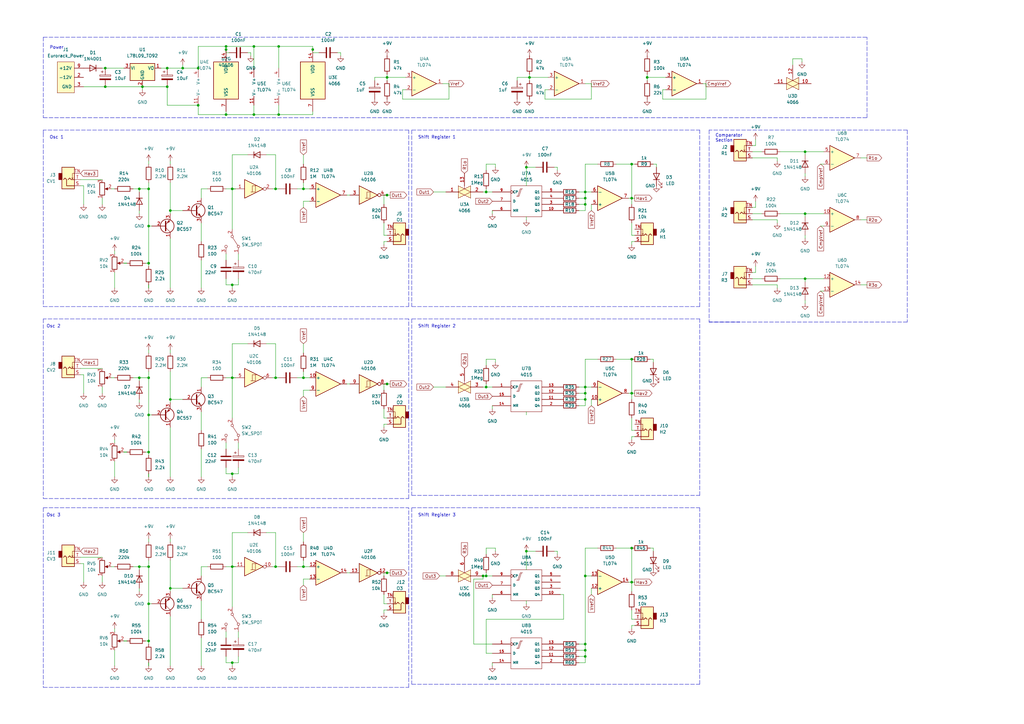
<source format=kicad_sch>
(kicad_sch (version 20211123) (generator eeschema)
  (paper "A3")
  (junction (at 92.71 20.32))
  (junction (at 92.71 46.99))
  (junction (at 158.75 80.01))
  (junction (at 60.96 77.47))
  (junction (at 158.75 31.75))
  (junction (at 113.03 232.41))
  (junction (at 81.28 27.94))
  (junction (at 68.58 35.56))
  (junction (at 215.9 226.06))
  (junction (at 95.25 154.94))
  (junction (at 199.39 158.75))
  (junction (at 95.25 232.41))
  (junction (at 240.03 269.24))
  (junction (at 74.93 27.94))
  (junction (at 57.15 77.47))
  (junction (at 240.03 83.82))
  (junction (at 60.96 232.41))
  (junction (at 330.2 87.63))
  (junction (at 199.39 236.22))
  (junction (at 57.15 232.41))
  (junction (at 57.15 154.94))
  (junction (at 114.3 46.99))
  (junction (at 60.96 185.42))
  (junction (at 69.85 163.83))
  (junction (at 199.39 78.74))
  (junction (at 259.08 161.29))
  (junction (at 58.42 35.56))
  (junction (at 217.17 31.75))
  (junction (at 95.25 194.31))
  (junction (at 60.96 247.65))
  (junction (at 259.08 238.76))
  (junction (at 124.46 232.41))
  (junction (at 330.2 62.23))
  (junction (at 240.03 236.22))
  (junction (at 259.08 147.32))
  (junction (at 60.96 262.89))
  (junction (at 69.85 241.3))
  (junction (at 158.75 234.95))
  (junction (at 158.75 157.48))
  (junction (at 330.2 114.3))
  (junction (at 60.96 154.94))
  (junction (at 43.18 35.56))
  (junction (at 95.25 271.78))
  (junction (at 92.71 19.05))
  (junction (at 95.25 77.47))
  (junction (at 215.9 68.58))
  (junction (at 60.96 170.18))
  (junction (at 240.03 158.75))
  (junction (at 113.03 77.47))
  (junction (at 104.14 46.99))
  (junction (at 198.12 236.22))
  (junction (at 113.03 154.94))
  (junction (at 68.58 27.94))
  (junction (at 240.03 163.83))
  (junction (at 43.18 27.94))
  (junction (at 60.96 107.95))
  (junction (at 265.43 31.75))
  (junction (at 124.46 154.94))
  (junction (at 128.27 20.32))
  (junction (at 114.3 19.05))
  (junction (at 69.85 86.36))
  (junction (at 240.03 161.29))
  (junction (at 240.03 81.28))
  (junction (at 240.03 78.74))
  (junction (at 95.25 116.84))
  (junction (at 259.08 224.79))
  (junction (at 81.28 43.18))
  (junction (at 240.03 264.16))
  (junction (at 259.08 67.31))
  (junction (at 259.08 81.28))
  (junction (at 60.96 92.71))
  (junction (at 240.03 266.7))
  (junction (at 104.14 19.05))
  (junction (at 124.46 77.47))
  (polyline (pts (xy 372.11 132.08) (xy 290.83 132.08)))
  (wire (pts (xy 60.96 170.18) (xy 62.23 170.18)))
  (wire (pts (xy 217.17 31.75) (xy 212.09 31.75)))
  (wire (pts (xy 124.46 237.49) (xy 124.46 240.03)))
  (wire (pts (xy 318.77 90.17) (xy 318.77 91.44)))
  (wire (pts (xy 199.39 69.85) (xy 199.39 67.31)))
  (wire (pts (xy 46.99 111.76) (xy 46.99 118.11)))
  (wire (pts (xy 257.81 238.76) (xy 259.08 238.76)))
  (polyline (pts (xy 167.64 53.34) (xy 17.78 53.34)))
  (polyline (pts (xy 167.64 281.94) (xy 167.64 208.28)))
  (wire (pts (xy 158.75 99.06) (xy 157.48 99.06)))
  (wire (pts (xy 95.25 154.94) (xy 95.25 140.97)))
  (wire (pts (xy 59.69 262.89) (xy 60.96 262.89)))
  (wire (pts (xy 215.9 226.06) (xy 219.71 226.06)))
  (wire (pts (xy 74.93 86.36) (xy 69.85 86.36)))
  (wire (pts (xy 95.25 232.41) (xy 96.52 232.41)) (stroke (width 0.25)))
  (polyline (pts (xy 168.91 208.28) (xy 168.91 280.67)))
  (wire (pts (xy 124.46 232.41) (xy 127 232.41)))
  (wire (pts (xy 203.2 147.32) (xy 203.2 148.59)))
  (wire (pts (xy 231.14 254) (xy 231.14 243.84)))
  (wire (pts (xy 95.25 271.78) (xy 95.25 273.05)))
  (wire (pts (xy 158.75 30.48) (xy 158.75 31.75)))
  (wire (pts (xy 215.9 68.58) (xy 215.9 76.2)))
  (wire (pts (xy 224.79 36.83) (xy 223.52 36.83)))
  (wire (pts (xy 260.35 96.52) (xy 259.08 96.52)))
  (wire (pts (xy 157.48 80.01) (xy 158.75 80.01)))
  (wire (pts (xy 158.75 234.95) (xy 160.02 234.95)))
  (wire (pts (xy 113.03 154.94) (xy 114.3 154.94)))
  (wire (pts (xy 68.58 35.56) (xy 68.58 43.18)))
  (polyline (pts (xy 17.78 130.81) (xy 17.78 204.47)))
  (wire (pts (xy 60.96 185.42) (xy 60.96 186.69)))
  (wire (pts (xy 260.35 256.54) (xy 259.08 256.54)))
  (wire (pts (xy 269.24 68.58) (xy 269.24 67.31)))
  (polyline (pts (xy 168.91 203.2) (xy 287.02 203.2)))
  (wire (pts (xy 81.28 43.18) (xy 68.58 43.18)))
  (polyline (pts (xy 168.91 280.67) (xy 287.02 280.67)))
  (wire (pts (xy 102.87 22.86) (xy 102.87 21.59)))
  (polyline (pts (xy 168.91 130.81) (xy 168.91 203.2)))
  (wire (pts (xy 259.08 242.57) (xy 259.08 238.76)))
  (wire (pts (xy 50.8 27.94) (xy 43.18 27.94)))
  (wire (pts (xy 81.28 46.99) (xy 92.71 46.99)))
  (wire (pts (xy 97.79 259.08) (xy 97.79 261.62)))
  (wire (pts (xy 259.08 161.29) (xy 260.35 161.29)))
  (wire (pts (xy 318.77 116.84) (xy 318.77 118.11)))
  (wire (pts (xy 240.03 161.29) (xy 240.03 163.83)))
  (wire (pts (xy 69.85 152.4) (xy 69.85 163.83)))
  (wire (pts (xy 95.25 154.94) (xy 95.25 171.45)))
  (wire (pts (xy 199.39 147.32) (xy 203.2 147.32)))
  (wire (pts (xy 124.46 154.94) (xy 121.92 154.94)))
  (wire (pts (xy 273.05 36.83) (xy 271.78 36.83)))
  (wire (pts (xy 194.31 237.49) (xy 194.31 264.16)))
  (wire (pts (xy 198.12 78.74) (xy 199.39 78.74)))
  (wire (pts (xy 34.29 153.67) (xy 33.02 153.67)))
  (wire (pts (xy 240.03 83.82) (xy 240.03 86.36)))
  (wire (pts (xy 320.04 114.3) (xy 330.2 114.3)))
  (wire (pts (xy 114.3 43.18) (xy 114.3 46.99)))
  (wire (pts (xy 69.85 220.98) (xy 69.85 222.25)))
  (wire (pts (xy 308.61 114.3) (xy 312.42 114.3)))
  (wire (pts (xy 166.37 36.83) (xy 165.1 36.83)))
  (wire (pts (xy 257.81 161.29) (xy 259.08 161.29)))
  (wire (pts (xy 265.43 31.75) (xy 265.43 33.02)))
  (wire (pts (xy 139.7 21.59) (xy 139.7 22.86)))
  (wire (pts (xy 59.69 185.42) (xy 60.96 185.42)))
  (wire (pts (xy 95.25 116.84) (xy 97.79 116.84)))
  (wire (pts (xy 101.6 21.59) (xy 102.87 21.59)))
  (wire (pts (xy 240.03 147.32) (xy 240.03 158.75)))
  (wire (pts (xy 57.15 78.74) (xy 57.15 77.47)))
  (wire (pts (xy 43.18 27.94) (xy 41.91 27.94)))
  (wire (pts (xy 237.49 81.28) (xy 240.03 81.28)))
  (wire (pts (xy 308.61 85.09) (xy 309.88 85.09)))
  (wire (pts (xy 308.61 59.69) (xy 309.88 59.69)))
  (polyline (pts (xy 17.78 208.28) (xy 167.64 208.28)))
  (wire (pts (xy 308.61 87.63) (xy 312.42 87.63)))
  (wire (pts (xy 199.39 227.33) (xy 199.39 224.79)))
  (wire (pts (xy 68.58 27.94) (xy 74.93 27.94)))
  (wire (pts (xy 46.99 189.23) (xy 46.99 195.58)))
  (wire (pts (xy 92.71 259.08) (xy 92.71 261.62)))
  (wire (pts (xy 45.72 232.41) (xy 46.99 232.41)))
  (wire (pts (xy 92.71 21.59) (xy 92.71 20.32)))
  (wire (pts (xy 124.46 218.44) (xy 124.46 222.25)))
  (wire (pts (xy 215.9 246.38) (xy 215.9 247.65)))
  (wire (pts (xy 157.48 234.95) (xy 158.75 234.95)))
  (wire (pts (xy 60.96 92.71) (xy 60.96 77.47)))
  (polyline (pts (xy 168.91 53.34) (xy 287.02 53.34)))
  (wire (pts (xy 257.81 81.28) (xy 259.08 81.28)))
  (wire (pts (xy 50.8 262.89) (xy 52.07 262.89)) (stroke (width 0.25)))
  (wire (pts (xy 124.46 74.93) (xy 124.46 77.47)))
  (wire (pts (xy 259.08 99.06) (xy 259.08 100.33)))
  (wire (pts (xy 95.25 63.5) (xy 101.6 63.5)))
  (wire (pts (xy 330.2 96.52) (xy 330.2 97.79)))
  (wire (pts (xy 330.2 87.63) (xy 337.82 87.63)))
  (wire (pts (xy 34.29 76.2) (xy 34.29 83.82)))
  (wire (pts (xy 330.2 88.9) (xy 330.2 87.63)))
  (polyline (pts (xy 17.78 204.47) (xy 167.64 204.47)))
  (wire (pts (xy 157.48 160.02) (xy 157.48 157.48)))
  (wire (pts (xy 74.93 26.67) (xy 74.93 27.94)))
  (wire (pts (xy 93.98 21.59) (xy 92.71 21.59)))
  (wire (pts (xy 69.85 229.87) (xy 69.85 241.3)))
  (wire (pts (xy 198.12 237.49) (xy 194.31 237.49)))
  (wire (pts (xy 203.2 224.79) (xy 203.2 226.06)))
  (wire (pts (xy 259.08 254) (xy 259.08 250.19)))
  (wire (pts (xy 199.39 77.47) (xy 199.39 78.74)))
  (wire (pts (xy 223.52 36.83) (xy 223.52 40.64)))
  (wire (pts (xy 330.2 115.57) (xy 330.2 114.3)))
  (wire (pts (xy 259.08 163.83) (xy 259.08 161.29)))
  (wire (pts (xy 34.29 231.14) (xy 33.02 231.14)))
  (wire (pts (xy 201.93 166.37) (xy 201.93 167.64)))
  (wire (pts (xy 288.29 34.29) (xy 289.56 34.29)))
  (wire (pts (xy 153.67 31.75) (xy 153.67 33.02)))
  (wire (pts (xy 252.73 67.31) (xy 259.08 67.31)))
  (wire (pts (xy 54.61 77.47) (xy 57.15 77.47)))
  (wire (pts (xy 158.75 31.75) (xy 153.67 31.75)))
  (wire (pts (xy 69.85 175.26) (xy 69.85 195.58)))
  (wire (pts (xy 50.8 185.42) (xy 52.07 185.42)) (stroke (width 0.25)))
  (wire (pts (xy 124.46 154.94) (xy 127 154.94)))
  (polyline (pts (xy 287.02 125.73) (xy 287.02 53.34)))
  (wire (pts (xy 215.9 68.58) (xy 219.71 68.58)))
  (wire (pts (xy 330.2 63.5) (xy 330.2 62.23)))
  (wire (pts (xy 252.73 224.79) (xy 259.08 224.79)))
  (wire (pts (xy 142.24 80.01) (xy 143.51 80.01)))
  (wire (pts (xy 113.03 218.44) (xy 113.03 232.41)))
  (wire (pts (xy 260.35 176.53) (xy 259.08 176.53)))
  (wire (pts (xy 199.39 234.95) (xy 199.39 236.22)))
  (wire (pts (xy 309.88 109.22) (xy 309.88 111.76)))
  (wire (pts (xy 41.91 236.22) (xy 41.91 238.76)))
  (wire (pts (xy 82.55 168.91) (xy 82.55 176.53)))
  (wire (pts (xy 69.85 86.36) (xy 69.85 87.63)))
  (wire (pts (xy 260.35 254) (xy 259.08 254)))
  (polyline (pts (xy 17.78 48.26) (xy 355.6 48.26)))
  (wire (pts (xy 45.72 154.94) (xy 46.99 154.94)))
  (wire (pts (xy 240.03 78.74) (xy 240.03 81.28)))
  (wire (pts (xy 328.93 24.13) (xy 328.93 25.4)))
  (polyline (pts (xy 372.11 53.34) (xy 290.83 53.34)))
  (polyline (pts (xy 372.11 53.34) (xy 372.11 132.08)))
  (wire (pts (xy 46.99 102.87) (xy 46.99 104.14)))
  (wire (pts (xy 227.33 226.06) (xy 228.6 226.06)))
  (wire (pts (xy 271.78 40.64) (xy 289.56 40.64)))
  (polyline (pts (xy 17.78 15.24) (xy 355.6 15.24)))
  (wire (pts (xy 33.02 73.66) (xy 41.91 73.66)))
  (wire (pts (xy 142.24 234.95) (xy 143.51 234.95)))
  (wire (pts (xy 127 82.55) (xy 124.46 82.55)))
  (wire (pts (xy 57.15 156.21) (xy 57.15 154.94)))
  (wire (pts (xy 109.22 218.44) (xy 113.03 218.44)))
  (wire (pts (xy 237.49 78.74) (xy 240.03 78.74)))
  (wire (pts (xy 166.37 31.75) (xy 158.75 31.75)))
  (wire (pts (xy 81.28 43.18) (xy 81.28 46.99)))
  (wire (pts (xy 237.49 271.78) (xy 240.03 271.78)))
  (wire (pts (xy 54.61 154.94) (xy 57.15 154.94)))
  (wire (pts (xy 158.75 80.01) (xy 160.02 80.01)))
  (wire (pts (xy 82.55 184.15) (xy 82.55 195.58)))
  (wire (pts (xy 158.75 247.65) (xy 157.48 247.65)))
  (wire (pts (xy 92.71 77.47) (xy 95.25 77.47)))
  (wire (pts (xy 325.12 26.67) (xy 325.12 24.13)))
  (wire (pts (xy 128.27 46.99) (xy 128.27 45.72)))
  (wire (pts (xy 242.57 34.29) (xy 240.03 34.29)))
  (wire (pts (xy 237.49 163.83) (xy 240.03 163.83)))
  (wire (pts (xy 57.15 233.68) (xy 57.15 232.41)))
  (wire (pts (xy 217.17 30.48) (xy 217.17 31.75)))
  (wire (pts (xy 41.91 158.75) (xy 41.91 161.29)))
  (wire (pts (xy 330.2 123.19) (xy 330.2 124.46)))
  (wire (pts (xy 198.12 236.22) (xy 198.12 237.49)))
  (wire (pts (xy 267.97 148.59) (xy 267.97 147.32)))
  (wire (pts (xy 228.6 227.33) (xy 228.6 226.06)))
  (wire (pts (xy 199.39 149.86) (xy 199.39 147.32)))
  (wire (pts (xy 113.03 232.41) (xy 114.3 232.41)))
  (wire (pts (xy 54.61 232.41) (xy 57.15 232.41)))
  (wire (pts (xy 95.25 154.94) (xy 96.52 154.94)) (stroke (width 0.25)))
  (wire (pts (xy 69.85 97.79) (xy 69.85 118.11)))
  (wire (pts (xy 142.24 157.48) (xy 143.51 157.48)))
  (wire (pts (xy 203.2 67.31) (xy 203.2 68.58)))
  (wire (pts (xy 353.06 64.77) (xy 355.6 64.77)))
  (wire (pts (xy 95.25 194.31) (xy 95.25 195.58)))
  (wire (pts (xy 336.55 67.31) (xy 337.82 67.31)))
  (wire (pts (xy 240.03 158.75) (xy 242.57 158.75)))
  (polyline (pts (xy 167.64 130.81) (xy 17.78 130.81)))
  (wire (pts (xy 260.35 179.07) (xy 259.08 179.07)))
  (wire (pts (xy 113.03 140.97) (xy 113.03 154.94)))
  (wire (pts (xy 165.1 40.64) (xy 184.15 40.64)))
  (wire (pts (xy 60.96 271.78) (xy 60.96 273.05)) (stroke (width 0.25)))
  (wire (pts (xy 60.96 185.42) (xy 60.96 170.18)))
  (wire (pts (xy 46.99 257.81) (xy 46.99 259.08)))
  (wire (pts (xy 82.55 154.94) (xy 82.55 158.75)))
  (wire (pts (xy 157.48 96.52) (xy 157.48 91.44)))
  (wire (pts (xy 199.39 157.48) (xy 199.39 158.75)))
  (polyline (pts (xy 17.78 281.94) (xy 167.64 281.94)))
  (polyline (pts (xy 17.78 208.28) (xy 17.78 281.94)))
  (wire (pts (xy 60.96 154.94) (xy 57.15 154.94)))
  (wire (pts (xy 43.18 35.56) (xy 58.42 35.56)))
  (wire (pts (xy 95.25 77.47) (xy 95.25 63.5)))
  (wire (pts (xy 259.08 238.76) (xy 260.35 238.76)))
  (wire (pts (xy 60.96 170.18) (xy 60.96 154.94)))
  (wire (pts (xy 128.27 21.59) (xy 128.27 20.32)))
  (wire (pts (xy 95.25 218.44) (xy 101.6 218.44)))
  (wire (pts (xy 60.96 229.87) (xy 60.96 232.41)))
  (wire (pts (xy 215.9 226.06) (xy 215.9 233.68)))
  (wire (pts (xy 46.99 266.7) (xy 46.99 273.05)))
  (wire (pts (xy 85.09 154.94) (xy 82.55 154.94)))
  (wire (pts (xy 58.42 35.56) (xy 68.58 35.56)))
  (wire (pts (xy 237.49 83.82) (xy 240.03 83.82)))
  (wire (pts (xy 240.03 67.31) (xy 245.11 67.31)))
  (wire (pts (xy 69.85 163.83) (xy 69.85 165.1)))
  (wire (pts (xy 320.04 62.23) (xy 330.2 62.23)))
  (wire (pts (xy 109.22 140.97) (xy 113.03 140.97)))
  (wire (pts (xy 92.71 45.72) (xy 92.71 46.99)))
  (wire (pts (xy 104.14 43.18) (xy 104.14 46.99)))
  (polyline (pts (xy 168.91 125.73) (xy 287.02 125.73)))
  (wire (pts (xy 124.46 152.4) (xy 124.46 154.94)))
  (polyline (pts (xy 168.91 53.34) (xy 168.91 125.73)))
  (wire (pts (xy 57.15 163.83) (xy 57.15 165.1)))
  (wire (pts (xy 252.73 147.32) (xy 259.08 147.32)))
  (wire (pts (xy 74.93 163.83) (xy 69.85 163.83)))
  (wire (pts (xy 240.03 266.7) (xy 240.03 269.24)))
  (wire (pts (xy 309.88 85.09) (xy 309.88 82.55)))
  (wire (pts (xy 269.24 67.31) (xy 267.97 67.31)))
  (wire (pts (xy 237.49 86.36) (xy 240.03 86.36)))
  (wire (pts (xy 92.71 116.84) (xy 95.25 116.84)))
  (wire (pts (xy 34.29 231.14) (xy 34.29 238.76)))
  (wire (pts (xy 240.03 264.16) (xy 240.03 266.7)))
  (wire (pts (xy 124.46 77.47) (xy 121.92 77.47)))
  (wire (pts (xy 97.79 104.14) (xy 97.79 106.68)))
  (polyline (pts (xy 290.83 53.34) (xy 290.83 132.08)))
  (wire (pts (xy 138.43 21.59) (xy 139.7 21.59)))
  (wire (pts (xy 199.39 224.79) (xy 203.2 224.79)))
  (wire (pts (xy 69.85 252.73) (xy 69.85 273.05)))
  (wire (pts (xy 318.77 64.77) (xy 318.77 66.04)))
  (wire (pts (xy 92.71 114.3) (xy 92.71 116.84)))
  (wire (pts (xy 237.49 166.37) (xy 240.03 166.37)))
  (wire (pts (xy 240.03 81.28) (xy 240.03 83.82)))
  (wire (pts (xy 320.04 87.63) (xy 330.2 87.63)))
  (wire (pts (xy 95.25 194.31) (xy 97.79 194.31)))
  (wire (pts (xy 128.27 19.05) (xy 128.27 20.32)))
  (polyline (pts (xy 17.78 53.34) (xy 17.78 54.61)))
  (wire (pts (xy 308.61 90.17) (xy 318.77 90.17)))
  (wire (pts (xy 240.03 163.83) (xy 240.03 166.37)))
  (wire (pts (xy 82.55 77.47) (xy 82.55 81.28)))
  (wire (pts (xy 177.8 78.74) (xy 182.88 78.74)))
  (wire (pts (xy 60.96 77.47) (xy 57.15 77.47)))
  (wire (pts (xy 259.08 256.54) (xy 259.08 257.81)))
  (wire (pts (xy 60.96 247.65) (xy 60.96 232.41)))
  (wire (pts (xy 215.9 168.91) (xy 215.9 170.18)))
  (wire (pts (xy 184.15 40.64) (xy 184.15 34.29)))
  (wire (pts (xy 92.71 191.77) (xy 92.71 194.31)))
  (wire (pts (xy 66.04 27.94) (xy 68.58 27.94)))
  (wire (pts (xy 57.15 241.3) (xy 57.15 242.57)))
  (wire (pts (xy 113.03 63.5) (xy 113.03 77.47)))
  (wire (pts (xy 237.49 158.75) (xy 240.03 158.75)))
  (wire (pts (xy 95.25 271.78) (xy 97.79 271.78)))
  (wire (pts (xy 92.71 19.05) (xy 81.28 19.05)))
  (wire (pts (xy 259.08 179.07) (xy 259.08 180.34)))
  (wire (pts (xy 309.88 57.15) (xy 309.88 59.69)))
  (wire (pts (xy 184.15 34.29) (xy 181.61 34.29)))
  (wire (pts (xy 157.48 99.06) (xy 157.48 100.33)))
  (wire (pts (xy 74.93 241.3) (xy 69.85 241.3)))
  (polyline (pts (xy 167.64 204.47) (xy 167.64 130.81)))
  (wire (pts (xy 158.75 96.52) (xy 157.48 96.52)))
  (wire (pts (xy 223.52 40.64) (xy 242.57 40.64)))
  (wire (pts (xy 259.08 83.82) (xy 259.08 81.28)))
  (wire (pts (xy 240.03 67.31) (xy 240.03 78.74)))
  (wire (pts (xy 199.39 236.22) (xy 201.93 236.22)))
  (wire (pts (xy 336.55 119.38) (xy 337.82 119.38)))
  (wire (pts (xy 60.96 144.78) (xy 60.96 143.51)))
  (polyline (pts (xy 287.02 280.67) (xy 287.02 208.28)))
  (wire (pts (xy 60.96 262.89) (xy 60.96 247.65)))
  (wire (pts (xy 177.8 158.75) (xy 182.88 158.75)))
  (wire (pts (xy 158.75 171.45) (xy 157.48 171.45)))
  (wire (pts (xy 82.55 91.44) (xy 82.55 99.06)))
  (wire (pts (xy 308.61 64.77) (xy 318.77 64.77)))
  (wire (pts (xy 60.96 194.31) (xy 60.96 195.58)) (stroke (width 0.25)))
  (wire (pts (xy 69.85 74.93) (xy 69.85 86.36)))
  (wire (pts (xy 228.6 69.85) (xy 228.6 68.58)))
  (wire (pts (xy 60.96 67.31) (xy 60.96 66.04)))
  (wire (pts (xy 95.25 232.41) (xy 95.25 218.44)))
  (wire (pts (xy 85.09 77.47) (xy 82.55 77.47)))
  (wire (pts (xy 82.55 232.41) (xy 82.55 236.22)))
  (wire (pts (xy 82.55 261.62) (xy 82.55 273.05)))
  (wire (pts (xy 114.3 19.05) (xy 128.27 19.05)))
  (wire (pts (xy 199.39 267.97) (xy 199.39 254)))
  (wire (pts (xy 34.29 35.56) (xy 43.18 35.56)))
  (wire (pts (xy 124.46 63.5) (xy 124.46 67.31)))
  (wire (pts (xy 92.71 46.99) (xy 104.14 46.99)))
  (wire (pts (xy 92.71 181.61) (xy 92.71 184.15)))
  (wire (pts (xy 124.46 82.55) (xy 124.46 85.09)))
  (wire (pts (xy 85.09 232.41) (xy 82.55 232.41)))
  (wire (pts (xy 127 237.49) (xy 124.46 237.49)))
  (wire (pts (xy 198.12 158.75) (xy 199.39 158.75)))
  (wire (pts (xy 273.05 31.75) (xy 265.43 31.75)))
  (wire (pts (xy 289.56 40.64) (xy 289.56 34.29)))
  (wire (pts (xy 113.03 77.47) (xy 114.3 77.47)))
  (polyline (pts (xy 17.78 15.24) (xy 17.78 48.26)))
  (wire (pts (xy 114.3 27.94) (xy 114.3 19.05)))
  (wire (pts (xy 336.55 92.71) (xy 337.82 92.71)))
  (wire (pts (xy 82.55 106.68) (xy 82.55 118.11)))
  (wire (pts (xy 240.03 78.74) (xy 242.57 78.74)))
  (wire (pts (xy 158.75 250.19) (xy 157.48 250.19)))
  (wire (pts (xy 97.79 114.3) (xy 97.79 116.84)))
  (wire (pts (xy 97.79 181.61) (xy 97.79 184.15)))
  (wire (pts (xy 308.61 62.23) (xy 312.42 62.23)))
  (wire (pts (xy 240.03 158.75) (xy 240.03 161.29)))
  (wire (pts (xy 92.71 271.78) (xy 95.25 271.78)))
  (wire (pts (xy 104.14 27.94) (xy 104.14 19.05)))
  (polyline (pts (xy 355.6 48.26) (xy 355.6 15.24)))
  (wire (pts (xy 69.85 66.04) (xy 69.85 67.31)))
  (wire (pts (xy 308.61 116.84) (xy 318.77 116.84)))
  (polyline (pts (xy 287.02 203.2) (xy 287.02 130.81)))
  (wire (pts (xy 124.46 232.41) (xy 121.92 232.41)))
  (wire (pts (xy 95.25 140.97) (xy 101.6 140.97)))
  (wire (pts (xy 60.96 107.95) (xy 60.96 92.71)))
  (wire (pts (xy 157.48 250.19) (xy 157.48 251.46)))
  (wire (pts (xy 215.9 88.9) (xy 215.9 90.17)))
  (wire (pts (xy 92.71 232.41) (xy 95.25 232.41)))
  (wire (pts (xy 60.96 232.41) (xy 57.15 232.41)))
  (wire (pts (xy 59.69 107.95) (xy 60.96 107.95)))
  (wire (pts (xy 92.71 194.31) (xy 95.25 194.31)))
  (wire (pts (xy 267.97 224.79) (xy 266.7 224.79)))
  (wire (pts (xy 157.48 247.65) (xy 157.48 243.84)))
  (wire (pts (xy 237.49 266.7) (xy 240.03 266.7)))
  (wire (pts (xy 237.49 264.16) (xy 240.03 264.16)))
  (polyline (pts (xy 290.83 132.08) (xy 303.53 132.08)))
  (wire (pts (xy 60.96 152.4) (xy 60.96 154.94)))
  (wire (pts (xy 198.12 236.22) (xy 199.39 236.22)))
  (wire (pts (xy 325.12 24.13) (xy 328.93 24.13)))
  (wire (pts (xy 113.03 232.41) (xy 111.76 232.41)))
  (wire (pts (xy 60.96 262.89) (xy 60.96 264.16)))
  (wire (pts (xy 97.79 269.24) (xy 97.79 271.78)))
  (wire (pts (xy 240.03 224.79) (xy 245.11 224.79)))
  (wire (pts (xy 180.34 236.22) (xy 182.88 236.22)))
  (wire (pts (xy 157.48 83.82) (xy 157.48 80.01)))
  (wire (pts (xy 265.43 30.48) (xy 265.43 31.75)))
  (wire (pts (xy 237.49 161.29) (xy 240.03 161.29)))
  (wire (pts (xy 97.79 191.77) (xy 97.79 194.31)))
  (wire (pts (xy 60.96 116.84) (xy 60.96 118.11)) (stroke (width 0.25)))
  (wire (pts (xy 212.09 31.75) (xy 212.09 33.02)))
  (wire (pts (xy 127 160.02) (xy 124.46 160.02)))
  (wire (pts (xy 104.14 46.99) (xy 114.3 46.99)))
  (wire (pts (xy 92.71 154.94) (xy 95.25 154.94)))
  (wire (pts (xy 240.03 224.79) (xy 240.03 236.22)))
  (wire (pts (xy 330.2 62.23) (xy 337.82 62.23)))
  (wire (pts (xy 33.02 228.6) (xy 41.91 228.6)))
  (wire (pts (xy 217.17 31.75) (xy 217.17 33.02)))
  (wire (pts (xy 201.93 267.97) (xy 199.39 267.97)))
  (wire (pts (xy 124.46 229.87) (xy 124.46 232.41)))
  (wire (pts (xy 113.03 154.94) (xy 111.76 154.94)))
  (wire (pts (xy 271.78 36.83) (xy 271.78 40.64)))
  (wire (pts (xy 34.29 76.2) (xy 33.02 76.2)))
  (wire (pts (xy 92.71 19.05) (xy 104.14 19.05)))
  (wire (pts (xy 242.57 40.64) (xy 242.57 34.29)))
  (polyline (pts (xy 168.91 130.81) (xy 287.02 130.81)))
  (wire (pts (xy 201.93 86.36) (xy 201.93 87.63)))
  (polyline (pts (xy 168.91 208.28) (xy 287.02 208.28)))
  (polyline (pts (xy 167.64 125.73) (xy 167.64 53.34)))
  (wire (pts (xy 124.46 160.02) (xy 124.46 162.56)))
  (wire (pts (xy 267.97 226.06) (xy 267.97 224.79)))
  (wire (pts (xy 34.29 153.67) (xy 34.29 161.29)))
  (wire (pts (xy 60.96 222.25) (xy 60.96 220.98)))
  (wire (pts (xy 95.25 77.47) (xy 95.25 93.98)))
  (wire (pts (xy 240.03 236.22) (xy 240.03 264.16)))
  (wire (pts (xy 124.46 140.97) (xy 124.46 144.78)))
  (wire (pts (xy 46.99 180.34) (xy 46.99 181.61)))
  (polyline (pts (xy 17.78 125.73) (xy 167.64 125.73)))
  (wire (pts (xy 227.33 68.58) (xy 228.6 68.58)))
  (wire (pts (xy 240.03 269.24) (xy 240.03 271.78)))
  (wire (pts (xy 69.85 143.51) (xy 69.85 144.78)))
  (wire (pts (xy 242.57 163.83) (xy 242.57 166.37)))
  (wire (pts (xy 199.39 254) (xy 231.14 254)))
  (wire (pts (xy 224.79 31.75) (xy 217.17 31.75)))
  (wire (pts (xy 199.39 158.75) (xy 201.93 158.75)))
  (wire (pts (xy 240.03 147.32) (xy 245.11 147.32)))
  (wire (pts (xy 260.35 99.06) (xy 259.08 99.06)))
  (wire (pts (xy 95.25 77.47) (xy 96.52 77.47)) (stroke (width 0.25)))
  (wire (pts (xy 308.61 111.76) (xy 309.88 111.76)))
  (wire (pts (xy 201.93 264.16) (xy 194.31 264.16)))
  (wire (pts (xy 60.96 107.95) (xy 60.96 109.22)))
  (wire (pts (xy 60.96 247.65) (xy 62.23 247.65)))
  (wire (pts (xy 330.2 114.3) (xy 337.82 114.3)))
  (wire (pts (xy 259.08 81.28) (xy 260.35 81.28)))
  (wire (pts (xy 157.48 173.99) (xy 157.48 175.26)))
  (wire (pts (xy 130.81 21.59) (xy 128.27 21.59)))
  (wire (pts (xy 242.57 241.3) (xy 242.57 243.84)))
  (polyline (pts (xy 17.78 54.61) (xy 17.78 125.73)))
  (wire (pts (xy 124.46 77.47) (xy 127 77.47)))
  (wire (pts (xy 109.22 63.5) (xy 113.03 63.5)))
  (wire (pts (xy 267.97 147.32) (xy 266.7 147.32)))
  (wire (pts (xy 259.08 147.32) (xy 259.08 161.29)))
  (wire (pts (xy 95.25 116.84) (xy 95.25 118.11)))
  (wire (pts (xy 330.2 71.12) (xy 330.2 72.39)))
  (wire (pts (xy 165.1 36.83) (xy 165.1 40.64)))
  (wire (pts (xy 242.57 83.82) (xy 242.57 86.36)))
  (wire (pts (xy 353.06 116.84) (xy 355.6 116.84)))
  (wire (pts (xy 60.96 92.71) (xy 62.23 92.71)))
  (wire (pts (xy 158.75 157.48) (xy 160.02 157.48)))
  (wire (pts (xy 58.42 35.56) (xy 58.42 36.83)))
  (wire (pts (xy 259.08 96.52) (xy 259.08 91.44)))
  (wire (pts (xy 92.71 269.24) (xy 92.71 271.78)))
  (wire (pts (xy 81.28 19.05) (xy 81.28 27.94)))
  (wire (pts (xy 242.57 236.22) (xy 240.03 236.22)))
  (wire (pts (xy 92.71 20.32) (xy 92.71 19.05)))
  (wire (pts (xy 92.71 104.14) (xy 92.71 106.68)))
  (wire (pts (xy 259.08 67.31) (xy 259.08 81.28)))
  (wire (pts (xy 259.08 176.53) (xy 259.08 171.45)))
  (wire (pts (xy 353.06 90.17) (xy 355.6 90.17)))
  (wire (pts (xy 57.15 86.36) (xy 57.15 87.63)))
  (wire (pts (xy 60.96 74.93) (xy 60.96 77.47)))
  (wire (pts (xy 113.03 77.47) (xy 111.76 77.47)))
  (wire (pts (xy 259.08 67.31) (xy 260.35 67.31)))
  (wire (pts (xy 201.93 243.84) (xy 201.93 245.11)))
  (wire (pts (xy 158.75 31.75) (xy 158.75 33.02)))
  (wire (pts (xy 95.25 232.41) (xy 95.25 248.92)))
  (wire (pts (xy 74.93 27.94) (xy 81.28 27.94)))
  (wire (pts (xy 199.39 78.74) (xy 201.93 78.74)))
  (wire (pts (xy 104.14 19.05) (xy 114.3 19.05)))
  (wire (pts (xy 82.55 246.38) (xy 82.55 254)))
  (wire (pts (xy 157.48 157.48) (xy 158.75 157.48)))
  (wire (pts (xy 69.85 241.3) (xy 69.85 242.57)))
  (wire (pts (xy 157.48 171.45) (xy 157.48 167.64)))
  (wire (pts (xy 237.49 269.24) (xy 240.03 269.24)))
  (wire (pts (xy 259.08 224.79) (xy 259.08 238.76)))
  (wire (pts (xy 114.3 46.99) (xy 128.27 46.99)))
  (wire (pts (xy 158.75 173.99) (xy 157.48 173.99)))
  (wire (pts (xy 33.02 151.13) (xy 41.91 151.13)))
  (wire (pts (xy 41.91 81.28) (xy 41.91 83.82)))
  (wire (pts (xy 45.72 77.47) (xy 46.99 77.47)))
  (wire (pts (xy 50.8 107.95) (xy 52.07 107.95)) (stroke (width 0.25)))
  (wire (pts (xy 199.39 67.31) (xy 203.2 67.31)))
  (wire (pts (xy 229.87 243.84) (xy 231.14 243.84)))
  (wire (pts (xy 157.48 236.22) (xy 157.48 234.95)))
  (wire (pts (xy 201.93 271.78) (xy 201.93 273.05)))
  (text "Osc 3" (at 19.05 212.09 0) (effects (font (size 1.27 1.27)) (justify left bottom)))
  (text "Shift Register 3" (at 171.45 212.09 0) (effects (font (size 1.27 1.27)) (justify left bottom)))
  (text "Osc 1" (at 20.32 57.15 0) (effects (font (size 1.27 1.27)) (justify left bottom)))
  (text "Shift Register 1" (at 171.45 57.15 0) (effects (font (size 1.27 1.27)) (justify left bottom)))
  (text "Osc 2" (at 19.05 134.62 0) (effects (font (size 1.27 1.27)) (justify left bottom)))
  (text "Shift Register 2" (at 171.45 134.62 0) (effects (font (size 1.27 1.27)) (justify left bottom)))
  (text "Comparator\nSection" (at 293.37 58.42 0) (effects (font (size 1.27 1.27)) (justify left bottom)))
  (text "Power" (at 20.32 20.32 0) (effects (font (size 1.27 1.27)) (justify left bottom)))
  (global_label "Vref" (shape input) (at 124.46 240.03 270) (property "Intersheet References" "${INTERSHEET_REFS}" (effects hide)))
  (global_label "Out3" (shape input) (at 201.93 162.56 180) (property "Intersheet References" "${INTERSHEET_REFS}" (effects hide)))
  (global_label "R1o" (shape output) (at 355.6 64.77 0) (property "Intersheet References" "${INTERSHEET_REFS}" (effects hide)))
  (global_label "Vref2" (shape input) (at 242.57 166.37 270) (property "Intersheet References" "${INTERSHEET_REFS}" (effects hide)))
  (global_label "Hav2" (shape output) (at 260.35 161.29 0) (property "Intersheet References" "${INTERSHEET_REFS}" (effects hide)))
  (global_label "Out2" (shape input) (at 177.8 158.75 180) (property "Intersheet References" "${INTERSHEET_REFS}" (effects hide)))
  (global_label "R3o" (shape output) (at 355.6 116.84 0) (property "Intersheet References" "${INTERSHEET_REFS}" (effects hide)))
  (global_label "Hav2" (shape input) (at 33.02 226.06 0) (property "Intersheet References" "${INTERSHEET_REFS}" (effects hide)))
  (global_label "Vref" (shape input) (at 124.46 218.44 90) (property "Intersheet References" "${INTERSHEET_REFS}" (effects hide)))
  (global_label "R1o" (shape input) (at 190.5 71.12 90) (property "Intersheet References" "${INTERSHEET_REFS}" (effects hide)))
  (global_label "Out1" (shape input) (at 201.93 240.03 180) (property "Intersheet References" "${INTERSHEET_REFS}" (effects hide)))
  (global_label "Vref" (shape input) (at 124.46 140.97 90) (property "Intersheet References" "${INTERSHEET_REFS}" (effects hide)))
  (global_label "Vref2" (shape input) (at 242.57 86.36 270) (property "Intersheet References" "${INTERSHEET_REFS}" (effects hide)))
  (global_label "Vref" (shape input) (at 124.46 162.56 270) (property "Intersheet References" "${INTERSHEET_REFS}" (effects hide)))
  (global_label "Vref" (shape input) (at 124.46 85.09 270) (property "Intersheet References" "${INTERSHEET_REFS}" (effects hide)))
  (global_label "R3o" (shape input) (at 190.5 228.6 90) (property "Intersheet References" "${INTERSHEET_REFS}" (effects hide)))
  (global_label "Hav3" (shape output) (at 260.35 238.76 0) (property "Intersheet References" "${INTERSHEET_REFS}" (effects hide)))
  (global_label "Vref2" (shape input) (at 242.57 243.84 270) (property "Intersheet References" "${INTERSHEET_REFS}" (effects hide)))
  (global_label "Out1" (shape output) (at 160.02 80.01 0) (property "Intersheet References" "${INTERSHEET_REFS}" (effects hide)))
  (global_label "CmpVref" (shape output) (at 289.56 34.29 0) (property "Intersheet References" "${INTERSHEET_REFS}" (effects hide)))
  (global_label "CmpVref" (shape input) (at 336.55 92.71 270) (property "Intersheet References" "${INTERSHEET_REFS}" (effects hide)))
  (global_label "R2o" (shape output) (at 355.6 90.17 0) (property "Intersheet References" "${INTERSHEET_REFS}" (effects hide)))
  (global_label "CmpVref" (shape input) (at 336.55 67.31 270) (property "Intersheet References" "${INTERSHEET_REFS}" (effects hide)))
  (global_label "Vref" (shape input) (at 124.46 63.5 90) (property "Intersheet References" "${INTERSHEET_REFS}" (effects hide)))
  (global_label "R2o" (shape input) (at 190.5 151.13 90) (property "Intersheet References" "${INTERSHEET_REFS}" (effects hide)))
  (global_label "Out3" (shape input) (at 180.34 236.22 180) (property "Intersheet References" "${INTERSHEET_REFS}" (effects hide)))
  (global_label "Vref2" (shape output) (at 242.57 34.29 0) (property "Intersheet References" "${INTERSHEET_REFS}" (effects hide)))
  (global_label "Hav1" (shape output) (at 260.35 81.28 0) (property "Intersheet References" "${INTERSHEET_REFS}" (effects hide)))
  (global_label "Vref" (shape output) (at 184.15 34.29 0) (property "Intersheet References" "${INTERSHEET_REFS}" (effects hide)))
  (global_label "Out1" (shape input) (at 177.8 78.74 180) (property "Intersheet References" "${INTERSHEET_REFS}" (effects hide)))
  (global_label "Out2" (shape output) (at 160.02 157.48 0) (property "Intersheet References" "${INTERSHEET_REFS}" (effects hide)))
  (global_label "Hav1" (shape input) (at 33.02 148.59 0) (property "Intersheet References" "${INTERSHEET_REFS}" (effects hide)))
  (global_label "Hav3" (shape input) (at 33.02 71.12 0) (property "Intersheet References" "${INTERSHEET_REFS}" (effects hide)))
  (global_label "Out3" (shape output) (at 160.02 234.95 0) (property "Intersheet References" "${INTERSHEET_REFS}" (effects hide)))
  (global_label "Out2" (shape input) (at 201.93 82.55 180) (property "Intersheet References" "${INTERSHEET_REFS}" (effects hide)))
  (global_label "CmpVref" (shape input) (at 336.55 119.38 270) (property "Intersheet References" "${INTERSHEET_REFS}" (effects hide)))
  (symbol (lib_id "power:GND") (at 215.9 247.65 0) (unit 1)
    (property "Reference" "#PWR062" (effects hide))
    (property "Value" "GND" (at 215.9 252.73 0))
  )
  (symbol (lib_id "power:GND") (at 265.43 40.64 0) (unit 1)
    (property "Reference" "#PWR013" (effects hide))
    (property "Value" "GND" (at 265.43 45.72 0))
  )
  (symbol (lib_id "4xxx_IEEE:4015") (at 215.9 162.56 0) (unit 2)
    (property "Reference" "U7" (at 215.9 151.13 0))
    (property "Value" "4015" (at 215.9 153.67 0))
    (property "Footprint" "Package_DIP:DIP-16_W7.62mm_Socket" (effects hide))
  )
  (symbol (lib_id "Device:R") (at 248.92 67.31 90) (unit 1)
    (property "Reference" "R8" (at 248.92 67.31 90))
    (property "Value" "R" (effects hide))
    (property "Footprint" "Resistor_THT:R_Axial_DIN0204_L3.6mm_D1.6mm_P7.62mm_Horizontal" (effects hide))
  )
  (symbol (lib_id "power:+9V") (at 60.96 143.51 0) (unit 1)
    (property "Reference" "#PWR036" (effects hide))
    (property "Value" "+9V" (at 60.96 138.43 0))
  )
  (symbol (lib_id "Device:D") (at 105.41 140.97 0) (unit 1)
    (property "Reference" "D5" (at 105.41 134.62 0))
    (property "Value" "1N4148" (at 105.41 137.16 0))
    (property "Footprint" "Diode_THT:D_DO-35_SOD27_P7.62mm_Horizontal" (effects hide))
  )
  (symbol (lib_id "Transistor_BJT:BC547") (at 80.01 241.3 0) (unit 1)
    (property "Reference" "Q5" (at 85.09 240.0299 0) (effects (justify left)))
    (property "Value" "BC547" (at 85.09 242.5699 0) (effects (justify left)))
    (property "Footprint" "Package_TO_SOT_THT:TO-92_Inline" (effects hide))
    (property "Datasheet" "https://www.onsemi.com/pub/Collateral/BC550-D.pdf" (effects hide))
  )
  (symbol (lib_id "power:GND") (at 69.85 195.58 0) (unit 1)
    (property "Reference" "#PWR049" (effects hide))
    (property "Value" "GND" (at 69.85 200.66 0))
  )
  (symbol (lib_id "Connector:AudioJack2_SwitchT") (at 27.94 228.6 0) (mirror x) (unit 1)
    (property "Reference" "J11" (at 22.86 226.6949 0) (effects (justify right)))
    (property "Value" "CV3" (at 22.86 229.2349 0) (effects (justify right)))
    (property "Footprint" "winterbloom:AudioJack_WQP518MA" (effects hide))
  )
  (symbol (lib_id "Switch:SW_SPDT") (at 95.25 176.53 270) (unit 1)
    (property "Reference" "SW2" (at 99.06 175.2599 90) (effects (justify left)))
    (property "Value" "SW_SPDT" (at 99.06 177.7999 90) (effects (justify left)))
    (property "Footprint" "winterbloom:Miniature_Switch_SPDT_2.54MM" (effects hide))
  )
  (symbol (lib_id "Device:R") (at 233.68 269.24 90) (unit 1)
    (property "Reference" "R59" (at 233.68 269.24 90))
    (property "Value" "R" (effects hide))
    (property "Footprint" "Resistor_THT:R_Axial_DIN0204_L3.6mm_D1.6mm_P7.62mm_Horizontal" (effects hide))
  )
  (symbol (lib_id "power:+9V") (at 69.85 143.51 0) (unit 1)
    (property "Reference" "#PWR037" (effects hide))
    (property "Value" "+9V" (at 69.85 138.43 0))
  )
  (symbol (lib_id "power:GND") (at 330.2 97.79 0) (unit 1)
    (property "Reference" "#PWR073" (effects hide))
    (property "Value" "GND" (at 330.2 102.87 0))
  )
  (symbol (lib_id "power:GND") (at 153.67 40.64 0) (unit 1)
    (property "Reference" "#PWR09" (effects hide))
    (property "Value" "GND" (at 153.67 45.72 0))
  )
  (symbol (lib_id "Device:C") (at 118.11 154.94 90) (unit 1)
    (property "Reference" "C11" (at 118.11 147.32 90))
    (property "Value" "100nF" (at 118.11 149.86 90))
    (property "Footprint" "Capacitor_THT:C_Rect_L7.0mm_W2.5mm_P5.00mm" (effects hide))
  )
  (symbol (lib_id "power:+9V") (at 69.85 66.04 0) (unit 1)
    (property "Reference" "#PWR015" (effects hide))
    (property "Value" "+9V" (at 69.85 60.96 0))
  )
  (symbol (lib_id "power:GND") (at 259.08 100.33 0) (unit 1)
    (property "Reference" "#PWR028" (effects hide))
    (property "Value" "GND" (at 259.08 105.41 0))
  )
  (symbol (lib_id "Device:R") (at 124.46 226.06 0) (unit 1)
    (property "Reference" "R48" (at 127 224.7899 0) (effects (justify left)))
    (property "Value" "1M" (at 127 227.3299 0) (effects (justify left)))
    (property "Footprint" "Resistor_THT:R_Axial_DIN0204_L3.6mm_D1.6mm_P7.62mm_Horizontal" (effects hide))
  )
  (symbol (lib_id "Device:R") (at 233.68 161.29 90) (unit 1)
    (property "Reference" "R36" (at 233.68 161.29 90))
    (property "Value" "R" (effects hide))
    (property "Footprint" "Resistor_THT:R_Axial_DIN0204_L3.6mm_D1.6mm_P7.62mm_Horizontal" (effects hide))
  )
  (symbol (lib_id "Device:R") (at 316.23 62.23 90) (unit 1)
    (property "Reference" "R7" (at 316.23 56.4168 90))
    (property "Value" "100k" (at 316.23 58.9568 90))
    (property "Footprint" "Resistor_THT:R_Axial_DIN0204_L3.6mm_D1.6mm_P7.62mm_Horizontal" (effects hide))
  )
  (symbol (lib_id "power:GND") (at 318.77 91.44 0) (unit 1)
    (property "Reference" "#PWR026" (effects hide))
    (property "Value" "GND" (at 318.77 96.52 0))
  )
  (symbol (lib_id "Device:R") (at 60.96 148.59 0) (unit 1)
    (property "Reference" "R29" (at 63.5 147.3199 0) (effects (justify left)))
    (property "Value" "2.2M" (at 63.5 149.8599 0) (effects (justify left)))
    (property "Footprint" "Resistor_THT:R_Axial_DIN0204_L3.6mm_D1.6mm_P7.62mm_Horizontal" (effects hide))
  )
  (symbol (lib_id "Transistor_BJT:BC547") (at 80.01 86.36 0) (unit 1)
    (property "Reference" "Q1" (at 85.09 85.0899 0) (effects (justify left)))
    (property "Value" "BC547" (at 85.09 87.6299 0) (effects (justify left)))
    (property "Footprint" "Package_TO_SOT_THT:TO-92_Inline" (effects hide))
    (property "Datasheet" "https://www.onsemi.com/pub/Collateral/BC550-D.pdf" (effects hide))
  )
  (symbol (lib_id "Amplifier_Operational:TL074") (at 250.19 81.28 0) (mirror x) (unit 2)
    (property "Reference" "U5" (at 250.19 71.12 0))
    (property "Value" "TL074" (at 250.19 73.66 0))
    (property "Footprint" "Package_DIP:DIP-14_W7.62mm_Socket" (effects hide))
    (property "Datasheet" "http://www.ti.com/lit/ds/symlink/tl071.pdf" (effects hide))
  )
  (symbol (lib_id "Connector:AudioJack2_SwitchT") (at 27.94 73.66 0) (mirror x) (unit 1)
    (property "Reference" "J3" (at 22.86 71.7549 0) (effects (justify right)))
    (property "Value" "CV1" (at 22.86 74.2949 0) (effects (justify right)))
    (property "Footprint" "winterbloom:AudioJack_WQP518MA" (effects hide))
  )
  (symbol (lib_id "Device:R") (at 157.48 87.63 0) (mirror y) (unit 1)
    (property "Reference" "R20" (at 152.4 86.36 0) (effects (justify right)))
    (property "Value" "10k" (at 152.4 88.9 0) (effects (justify right)))
    (property "Footprint" "Resistor_THT:R_Axial_DIN0204_L3.6mm_D1.6mm_P7.62mm_Horizontal" (effects hide))
  )
  (symbol (lib_id "Regulator_Linear:L78L09_TO92") (at 58.42 27.94 0) (unit 1)
    (property "Reference" "U1" (at 58.42 20.32 0))
    (property "Value" "L78L09_TO92" (at 58.42 22.86 0))
    (property "Footprint" "Package_TO_SOT_THT:TO-92_Inline" (effects hide))
    (property "Datasheet" "http://www.st.com/content/ccc/resource/technical/document/datasheet/15/55/e5/aa/23/5b/43/fd/CD00000446.pdf/files/CD00000446.pdf/jcr:content/translations/en.CD00000446.pdf" (effects hide))
  )
  (symbol (lib_id "power:GND") (at 82.55 118.11 0) (unit 1)
    (property "Reference" "#PWR033" (effects hide))
    (property "Value" "GND" (at 82.55 123.19 0))
  )
  (symbol (lib_id "power:GND") (at 34.29 238.76 0) (unit 1)
    (property "Reference" "#PWR058" (effects hide))
    (property "Value" "GND" (at 34.29 243.84 0))
  )
  (symbol (lib_id "power:GND") (at 95.25 273.05 0) (unit 1)
    (property "Reference" "#PWR070" (effects hide))
    (property "Value" "GND" (at 95.25 278.13 0))
  )
  (symbol (lib_id "Connector:AudioJack2_SwitchT") (at 265.43 254 180) (unit 1)
    (property "Reference" "J13" (at 270.51 252.0949 0) (effects (justify right)))
    (property "Value" "H3" (at 270.51 254.6349 0) (effects (justify right)))
    (property "Footprint" "winterbloom:AudioJack_WQP518MA" (effects hide))
  )
  (symbol (lib_id "Amplifier_Operational:TL074") (at 345.44 64.77 0) (unit 2)
    (property "Reference" "U6" (at 345.44 54.61 0))
    (property "Value" "TL074" (at 345.44 57.15 0))
    (property "Footprint" "Package_DIP:DIP-14_W7.62mm_Socket" (effects hide))
    (property "Datasheet" "http://www.ti.com/lit/ds/symlink/tl071.pdf" (effects hide))
  )
  (symbol (lib_id "power:GND") (at 102.87 22.86 0) (unit 1)
    (property "Reference" "#PWR01" (effects hide))
    (property "Value" "GND" (at 102.87 27.94 0))
  )
  (symbol (lib_id "power:GND") (at 259.08 257.81 0) (unit 1)
    (property "Reference" "#PWR065" (effects hide))
    (property "Value" "GND" (at 259.08 262.89 0))
  )
  (symbol (lib_id "Amplifier_Operational:TL074") (at 250.19 238.76 0) (mirror x) (unit 4)
    (property "Reference" "U5" (at 250.19 228.6 0))
    (property "Value" "TL074" (at 250.19 231.14 0))
    (property "Footprint" "Package_DIP:DIP-14_W7.62mm_Socket" (effects hide))
    (property "Datasheet" "http://www.ti.com/lit/ds/symlink/tl071.pdf" (effects hide))
  )
  (symbol (lib_id "Device:R") (at 124.46 71.12 0) (unit 1)
    (property "Reference" "R12" (at 127 69.8499 0) (effects (justify left)))
    (property "Value" "1M" (at 127 72.3899 0) (effects (justify left)))
    (property "Footprint" "Resistor_THT:R_Axial_DIN0204_L3.6mm_D1.6mm_P7.62mm_Horizontal" (effects hide))
  )
  (symbol (lib_id "4xxx:40106") (at 104.14 77.47 0) (unit 1)
    (property "Reference" "U2" (at 104.14 68.58 0))
    (property "Value" "40106" (at 104.14 71.12 0))
    (property "Footprint" "Package_DIP:DIP-14_W7.62mm_Socket" (effects hide))
    (property "Datasheet" "https://assets.nexperia.com/documents/data-sheet/HEF40106B.pdf" (effects hide))
  )
  (symbol (lib_id "power:GND") (at 217.17 40.64 0) (unit 1)
    (property "Reference" "#PWR012" (effects hide))
    (property "Value" "GND" (at 217.17 45.72 0))
  )
  (symbol (lib_id "Device:R") (at 82.55 257.81 0) (unit 1)
    (property "Reference" "R54" (at 85.09 256.5399 0) (effects (justify left)))
    (property "Value" "100" (at 85.09 259.0799 0) (effects (justify left)))
    (property "Footprint" "Resistor_THT:R_Axial_DIN0204_L3.6mm_D1.6mm_P7.62mm_Horizontal" (effects hide))
  )
  (symbol (lib_id "power:GND") (at 34.29 83.82 0) (unit 1)
    (property "Reference" "#PWR021" (effects hide))
    (property "Value" "GND" (at 34.29 88.9 0))
  )
  (symbol (lib_id "power:GND") (at 95.25 118.11 0) (unit 1)
    (property "Reference" "#PWR034" (effects hide))
    (property "Value" "GND" (at 95.25 123.19 0))
  )
  (symbol (lib_id "power:GND") (at 41.91 161.29 0) (unit 1)
    (property "Reference" "#PWR041" (effects hide))
    (property "Value" "GND" (at 41.91 166.37 0))
  )
  (symbol (lib_id "4xxx:4066") (at 190.5 78.74 0) (unit 1)
    (property "Reference" "U3" (at 190.5 83.82 0))
    (property "Value" "4066" (at 190.5 86.36 0))
    (property "Footprint" "Package_DIP:DIP-14_W7.62mm_Socket" (effects hide))
    (property "Datasheet" "http://www.ti.com/lit/ds/symlink/cd4066b.pdf" (effects hide))
  )
  (symbol (lib_id "power:GND") (at 269.24 76.2 0) (unit 1)
    (property "Reference" "#PWR020" (effects hide))
    (property "Value" "GND" (at 266.7 76.2 0))
  )
  (symbol (lib_id "Device:R") (at 50.8 154.94 90) (unit 1)
    (property "Reference" "R33" (at 50.8 148.59 90))
    (property "Value" "220k" (at 50.8 151.13 90))
    (property "Footprint" "Resistor_THT:R_Axial_DIN0204_L3.6mm_D1.6mm_P7.62mm_Horizontal" (effects hide))
  )
  (symbol (lib_id "4xxx_IEEE:4015") (at 215.9 82.55 0) (unit 1)
    (property "Reference" "U7" (at 215.9 71.12 0))
    (property "Value" "4015" (at 215.9 73.66 0))
    (property "Footprint" "Package_DIP:DIP-16_W7.62mm_Socket" (effects hide))
  )
  (symbol (lib_id "power:GND") (at 139.7 22.86 0) (unit 1)
    (property "Reference" "#PWR02" (effects hide))
    (property "Value" "GND" (at 139.7 27.94 0))
  )
  (symbol (lib_id "winterbloom:Eurorack_Power") (at 26.67 31.75 0) (unit 1)
    (property "Reference" "J1" (at 26.9875 20.32 0))
    (property "Value" "Eurorack_Power" (at 26.9875 22.86 0))
    (property "Footprint" "winterbloom:Eurorack_Power_2x5_Shrouded" (effects hide))
    (property "Datasheet" "https://static6.arrow.com/aropdfconversion/1507f1621f4e67855dd466ebb3ac550d52564a9d/32302-sxx1.pdf" (effects hide))
    (property "mpn" "302-S101" (effects hide))
  )
  (symbol (lib_id "Device:R") (at 50.8 232.41 90) (unit 1)
    (property "Reference" "R50" (at 50.8 226.06 90))
    (property "Value" "220k" (at 50.8 228.6 90))
    (property "Footprint" "Resistor_THT:R_Axial_DIN0204_L3.6mm_D1.6mm_P7.62mm_Horizontal" (effects hide))
  )
  (symbol (lib_id "Device:D") (at 105.41 218.44 0) (unit 1)
    (property "Reference" "D8" (at 105.41 212.09 0))
    (property "Value" "1N4148" (at 105.41 214.63 0))
    (property "Footprint" "Diode_THT:D_DO-35_SOD27_P7.62mm_Horizontal" (effects hide))
  )
  (symbol (lib_id "Device:D") (at 330.2 119.38 270) (unit 1)
    (property "Reference" "D13" (at 323.85 118.11 90) (effects (justify left)))
    (property "Value" "1N4148" (at 321.31 120.65 90) (effects (justify left)))
    (property "Footprint" "Diode_THT:D_DO-35_SOD27_P7.62mm_Horizontal" (effects hide))
  )
  (symbol (lib_id "Device:C_Polarized") (at 68.58 31.75 0) (unit 1)
    (property "Reference" "C4" (at 72.39 29.5909 0) (effects (justify left)))
    (property "Value" "10uF" (at 72.39 32.1309 0) (effects (justify left)))
    (property "Footprint" "Capacitor_THT:CP_Radial_D5.0mm_P2.50mm" (effects hide))
  )
  (symbol (lib_id "power:GND") (at 46.99 273.05 0) (unit 1)
    (property "Reference" "#PWR066" (effects hide))
    (property "Value" "GND" (at 46.99 278.13 0))
  )
  (symbol (lib_id "Transistor_BJT:BC547") (at 80.01 163.83 0) (unit 1)
    (property "Reference" "Q3" (at 85.09 162.5599 0) (effects (justify left)))
    (property "Value" "BC547" (at 85.09 165.0999 0) (effects (justify left)))
    (property "Footprint" "Package_TO_SOT_THT:TO-92_Inline" (effects hide))
    (property "Datasheet" "https://www.onsemi.com/pub/Collateral/BC550-D.pdf" (effects hide))
  )
  (symbol (lib_id "Device:R") (at 248.92 224.79 90) (unit 1)
    (property "Reference" "R44" (at 248.92 224.79 90))
    (property "Value" "R" (effects hide))
    (property "Footprint" "Resistor_THT:R_Axial_DIN0204_L3.6mm_D1.6mm_P7.62mm_Horizontal" (effects hide))
  )
  (symbol (lib_id "power:GND") (at 259.08 180.34 0) (unit 1)
    (property "Reference" "#PWR046" (effects hide))
    (property "Value" "GND" (at 259.08 185.42 0))
  )
  (symbol (lib_id "Device:C") (at 118.11 77.47 90) (unit 1)
    (property "Reference" "C8" (at 118.11 69.85 90))
    (property "Value" "100nF" (at 118.11 72.39 90))
    (property "Footprint" "Capacitor_THT:C_Rect_L7.0mm_W2.5mm_P5.00mm" (effects hide))
  )
  (symbol (lib_id "Amplifier_Operational:TL074") (at 232.41 34.29 0) (unit 1)
    (property "Reference" "U5" (at 232.41 24.13 0))
    (property "Value" "TL074" (at 232.41 26.67 0))
    (property "Footprint" "Package_DIP:DIP-14_W7.62mm_Socket" (effects hide))
    (property "Datasheet" "http://www.ti.com/lit/ds/symlink/tl071.pdf" (effects hide))
  )
  (symbol (lib_id "Device:R_Potentiometer") (at 41.91 77.47 0) (mirror x) (unit 1)
    (property "Reference" "RV1" (at 39.37 76.1999 0) (effects (justify right)))
    (property "Value" "10k" (at 39.37 78.7399 0) (effects (justify right)))
    (property "Footprint" "winterbloom:Potentiometer_Alpha_R0904N" (effects hide))
  )
  (symbol (lib_id "power:GND") (at 212.09 40.64 0) (unit 1)
    (property "Reference" "#PWR011" (effects hide))
    (property "Value" "GND" (at 212.09 45.72 0))
  )
  (symbol (lib_id "power:GND") (at 82.55 195.58 0) (unit 1)
    (property "Reference" "#PWR050" (effects hide))
    (property "Value" "GND" (at 82.55 200.66 0))
  )
  (symbol (lib_id "Transistor_BJT:BC557") (at 67.31 170.18 0) (mirror x) (unit 1)
    (property "Reference" "Q4" (at 72.39 168.9099 0) (effects (justify left)))
    (property "Value" "BC557" (at 72.39 171.4499 0) (effects (justify left)))
    (property "Footprint" "Package_TO_SOT_THT:TO-92_Inline" (effects hide))
    (property "Datasheet" "https://www.onsemi.com/pub/Collateral/BC556BTA-D.pdf" (effects hide))
  )
  (symbol (lib_id "Device:C") (at 223.52 226.06 90) (unit 1)
    (property "Reference" "C14" (at 223.52 218.44 90))
    (property "Value" "100nF" (at 223.52 220.98 90))
    (property "Footprint" "Capacitor_THT:C_Disc_D5.0mm_W2.5mm_P2.50mm" (effects hide))
  )
  (symbol (lib_id "Device:R") (at 233.68 163.83 90) (unit 1)
    (property "Reference" "R38" (at 233.68 163.83 90))
    (property "Value" "R" (effects hide))
    (property "Footprint" "Resistor_THT:R_Axial_DIN0204_L3.6mm_D1.6mm_P7.62mm_Horizontal" (effects hide))
  )
  (symbol (lib_id "Device:R") (at 233.68 78.74 90) (unit 1)
    (property "Reference" "R16" (at 233.68 78.74 90))
    (property "Value" "R" (effects hide))
    (property "Footprint" "Resistor_THT:R_Axial_DIN0204_L3.6mm_D1.6mm_P7.62mm_Horizontal" (effects hide))
  )
  (symbol (lib_id "Device:C") (at 92.71 187.96 0) (mirror x) (unit 1)
    (property "Reference" "C12" (at 88.9 186.6899 0) (effects (justify right)))
    (property "Value" "22nF" (at 88.9 189.2299 0) (effects (justify right)))
    (property "Footprint" "Capacitor_THT:C_Disc_D5.0mm_W2.5mm_P2.50mm" (effects hide))
  )
  (symbol (lib_id "4xxx_IEEE:4015") (at 215.9 240.03 0) (unit 1)
    (property "Reference" "U8" (at 215.9 228.6 0))
    (property "Value" "4015" (at 215.9 231.14 0))
    (property "Footprint" "Package_DIP:DIP-16_W7.62mm_Socket" (effects hide))
  )
  (symbol (lib_id "Amplifier_Operational:TL074") (at 280.67 34.29 0) (unit 1)
    (property "Reference" "U6" (at 280.67 24.13 0))
    (property "Value" "TL074" (at 280.67 26.67 0))
    (property "Footprint" "Package_DIP:DIP-14_W7.62mm_Socket" (effects hide))
    (property "Datasheet" "http://www.ti.com/lit/ds/symlink/tl071.pdf" (effects hide))
  )
  (symbol (lib_id "power:GND") (at 60.96 195.58 0) (unit 1)
    (property "Reference" "#PWR048" (effects hide))
    (property "Value" "GND" (at 60.96 200.66 0))
  )
  (symbol (lib_id "power:GND") (at 82.55 273.05 0) (unit 1)
    (property "Reference" "#PWR069" (effects hide))
    (property "Value" "GND" (at 82.55 278.13 0))
  )
  (symbol (lib_id "power:GND") (at 95.25 195.58 0) (unit 1)
    (property "Reference" "#PWR051" (effects hide))
    (property "Value" "GND" (at 95.25 200.66 0))
  )
  (symbol (lib_id "Device:R") (at 248.92 147.32 90) (unit 1)
    (property "Reference" "R27" (at 248.92 147.32 90))
    (property "Value" "R" (effects hide))
    (property "Footprint" "Resistor_THT:R_Axial_DIN0204_L3.6mm_D1.6mm_P7.62mm_Horizontal" (effects hide))
  )
  (symbol (lib_id "power:GND") (at 57.15 165.1 0) (unit 1)
    (property "Reference" "#PWR042" (effects hide))
    (property "Value" "GND" (at 57.15 170.18 0))
  )
  (symbol (lib_id "power:GND") (at 46.99 118.11 0) (unit 1)
    (property "Reference" "#PWR030" (effects hide))
    (property "Value" "GND" (at 46.99 123.19 0))
  )
  (symbol (lib_id "Device:R") (at 60.96 113.03 0) (unit 1)
    (property "Reference" "R25" (at 63.5 111.7599 0) (effects (justify left)))
    (property "Value" "2.2k" (at 63.5 114.2999 0) (effects (justify left)))
    (property "Footprint" "Resistor_THT:R_Axial_DIN0204_L3.6mm_D1.6mm_P7.62mm_Horizontal" (effects hide))
  )
  (symbol (lib_id "Device:C_Polarized") (at 43.18 31.75 0) (unit 1)
    (property "Reference" "C3" (at 46.99 29.5909 0) (effects (justify left)))
    (property "Value" "10uF" (at 46.99 32.1309 0) (effects (justify left)))
    (property "Footprint" "Capacitor_THT:CP_Radial_D5.0mm_P2.50mm" (effects hide))
  )
  (symbol (lib_id "power:+9V") (at 158.75 22.86 0) (unit 1)
    (property "Reference" "#PWR03" (effects hide))
    (property "Value" "+9V" (at 158.75 17.78 0))
  )
  (symbol (lib_id "power:GND") (at 228.6 69.85 0) (unit 1)
    (property "Reference" "#PWR019" (effects hide))
    (property "Value" "GND" (at 228.6 74.93 0))
  )
  (symbol (lib_id "Device:R") (at 199.39 73.66 0) (unit 1)
    (property "Reference" "R13" (at 194.31 72.39 0) (effects (justify left)))
    (property "Value" "1Meg" (at 193.04 74.93 0) (effects (justify left)))
    (property "Footprint" "Resistor_THT:R_Axial_DIN0204_L3.6mm_D1.6mm_P7.62mm_Horizontal" (effects hide))
  )
  (symbol (lib_id "Device:C") (at 97.79 21.59 90) (unit 1)
    (property "Reference" "C1" (at 97.79 13.97 90))
    (property "Value" "100nF" (at 97.79 16.51 90))
    (property "Footprint" "Capacitor_THT:C_Disc_D5.0mm_W2.5mm_P2.50mm" (effects hide))
  )
  (symbol (lib_id "power:GND") (at 60.96 273.05 0) (unit 1)
    (property "Reference" "#PWR067" (effects hide))
    (property "Value" "GND" (at 60.96 278.13 0))
  )
  (symbol (lib_id "Device:R") (at 265.43 36.83 0) (unit 1)
    (property "Reference" "R6" (at 267.97 35.5599 0) (effects (justify left)))
    (property "Value" "22k" (at 267.97 38.0999 0) (effects (justify left)))
    (property "Footprint" "Resistor_THT:R_Axial_DIN0204_L3.6mm_D1.6mm_P7.62mm_Horizontal" (effects hide))
  )
  (symbol (lib_id "Device:R") (at 82.55 102.87 0) (unit 1)
    (property "Reference" "R23" (at 85.09 101.5999 0) (effects (justify left)))
    (property "Value" "100" (at 85.09 104.1399 0) (effects (justify left)))
    (property "Footprint" "Resistor_THT:R_Axial_DIN0204_L3.6mm_D1.6mm_P7.62mm_Horizontal" (effects hide))
  )
  (symbol (lib_id "Device:R") (at 82.55 180.34 0) (unit 1)
    (property "Reference" "R41" (at 85.09 179.0699 0) (effects (justify left)))
    (property "Value" "100" (at 85.09 181.6099 0) (effects (justify left)))
    (property "Footprint" "Resistor_THT:R_Axial_DIN0204_L3.6mm_D1.6mm_P7.62mm_Horizontal" (effects hide))
  )
  (symbol (lib_id "power:+9V") (at 309.88 82.55 0) (unit 1)
    (property "Reference" "#PWR?" (effects hide))
    (property "Value" "+9V" (at 309.88 77.47 0))
  )
  (symbol (lib_id "Amplifier_Operational:TL074") (at 134.62 80.01 0) (unit 2)
    (property "Reference" "U4" (at 134.62 69.85 0))
    (property "Value" "TL074" (at 134.62 72.39 0))
    (property "Footprint" "Package_DIP:DIP-14_W7.62mm_Socket" (effects hide))
    (property "Datasheet" "http://www.ti.com/lit/ds/symlink/tl071.pdf" (effects hide))
  )
  (symbol (lib_id "Device:R") (at 233.68 271.78 90) (unit 1)
    (property "Reference" "R60" (at 233.68 271.78 90))
    (property "Value" "R" (effects hide))
    (property "Footprint" "Resistor_THT:R_Axial_DIN0204_L3.6mm_D1.6mm_P7.62mm_Horizontal" (effects hide))
  )
  (symbol (lib_id "Device:R") (at 233.68 83.82 90) (unit 1)
    (property "Reference" "R18" (at 233.68 83.82 90))
    (property "Value" "R" (effects hide))
    (property "Footprint" "Resistor_THT:R_Axial_DIN0204_L3.6mm_D1.6mm_P7.62mm_Horizontal" (effects hide))
  )
  (symbol (lib_id "power:+9V") (at 60.96 66.04 0) (unit 1)
    (property "Reference" "#PWR014" (effects hide))
    (property "Value" "+9V" (at 60.96 60.96 0))
  )
  (symbol (lib_id "power:GND") (at 215.9 90.17 0) (unit 1)
    (property "Reference" "#PWR025" (effects hide))
    (property "Value" "GND" (at 215.9 95.25 0))
  )
  (symbol (lib_id "Device:C_Polarized") (at 153.67 36.83 0) (mirror y) (unit 1)
    (property "Reference" "C5" (at 147.32 34.29 0) (effects (justify right)))
    (property "Value" "1uF" (at 146.05 36.83 0) (effects (justify right)))
    (property "Footprint" "Capacitor_THT:C_Disc_D3.8mm_W2.6mm_P2.50mm" (effects hide))
  )
  (symbol (lib_id "Device:R") (at 60.96 267.97 0) (unit 1)
    (property "Reference" "R58" (at 63.5 266.6999 0) (effects (justify left)))
    (property "Value" "2.2k" (at 63.5 269.2399 0) (effects (justify left)))
    (property "Footprint" "Resistor_THT:R_Axial_DIN0204_L3.6mm_D1.6mm_P7.62mm_Horizontal" (effects hide))
  )
  (symbol (lib_id "Device:C") (at 134.62 21.59 90) (unit 1)
    (property "Reference" "C2" (at 134.62 13.97 90))
    (property "Value" "100nF" (at 134.62 16.51 90))
    (property "Footprint" "Capacitor_THT:C_Disc_D5.0mm_W2.5mm_P2.50mm" (effects hide))
  )
  (symbol (lib_id "Device:R") (at 88.9 232.41 90) (unit 1)
    (property "Reference" "R51" (at 88.9 226.06 90))
    (property "Value" "100" (at 88.9 228.6 90))
    (property "Footprint" "Resistor_THT:R_Axial_DIN0204_L3.6mm_D1.6mm_P7.62mm_Horizontal" (effects hide))
  )
  (symbol (lib_id "Device:R") (at 233.68 86.36 90) (unit 1)
    (property "Reference" "R19" (at 233.68 86.36 90))
    (property "Value" "R" (effects hide))
    (property "Footprint" "Resistor_THT:R_Axial_DIN0204_L3.6mm_D1.6mm_P7.62mm_Horizontal" (effects hide))
  )
  (symbol (lib_id "power:GND") (at 267.97 156.21 0) (unit 1)
    (property "Reference" "#PWR039" (effects hide))
    (property "Value" "GND" (at 265.43 156.21 0))
  )
  (symbol (lib_id "Device:R") (at 262.89 224.79 90) (unit 1)
    (property "Reference" "R45" (at 262.89 224.79 90))
    (property "Value" "1k" (at 262.89 222.25 90))
    (property "Footprint" "Resistor_THT:R_Axial_DIN0204_L3.6mm_D1.6mm_P7.62mm_Horizontal" (effects hide))
  )
  (symbol (lib_id "Connector:AudioJack2_SwitchT") (at 265.43 176.53 180) (unit 1)
    (property "Reference" "J10" (at 270.51 174.6249 0) (effects (justify right)))
    (property "Value" "H2" (at 270.51 177.1649 0) (effects (justify right)))
    (property "Footprint" "winterbloom:AudioJack_WQP518MA" (effects hide))
  )
  (symbol (lib_id "Device:C_Polarized") (at 97.79 110.49 0) (unit 1)
    (property "Reference" "C10" (at 101.6 109.2199 0) (effects (justify left)))
    (property "Value" "470nF" (at 101.6 111.7599 0) (effects (justify left)))
    (property "Footprint" "Capacitor_THT:CP_Radial_D5.0mm_P2.50mm" (effects hide))
  )
  (symbol (lib_id "Amplifier_Operational:TL074") (at 173.99 34.29 0) (unit 1)
    (property "Reference" "U4" (at 173.99 24.13 0))
    (property "Value" "TL074" (at 173.99 26.67 0))
    (property "Footprint" "Package_DIP:DIP-14_W7.62mm_Socket" (effects hide))
    (property "Datasheet" "http://www.ti.com/lit/ds/symlink/tl071.pdf" (effects hide))
  )
  (symbol (lib_id "Device:R") (at 60.96 226.06 0) (unit 1)
    (property "Reference" "R46" (at 63.5 224.7899 0) (effects (justify left)))
    (property "Value" "2.2M" (at 63.5 227.3299 0) (effects (justify left)))
    (property "Footprint" "Resistor_THT:R_Axial_DIN0204_L3.6mm_D1.6mm_P7.62mm_Horizontal" (effects hide))
  )
  (symbol (lib_id "Device:D") (at 57.15 160.02 270) (unit 1)
    (property "Reference" "D7" (at 50.8 158.75 90) (effects (justify left)))
    (property "Value" "1N4148" (at 48.26 161.29 90) (effects (justify left)))
    (property "Footprint" "Diode_THT:D_DO-35_SOD27_P7.62mm_Horizontal" (effects hide))
  )
  (symbol (lib_id "Device:R") (at 233.68 81.28 90) (unit 1)
    (property "Reference" "R17" (at 233.68 81.28 90))
    (property "Value" "R" (effects hide))
    (property "Footprint" "Resistor_THT:R_Axial_DIN0204_L3.6mm_D1.6mm_P7.62mm_Horizontal" (effects hide))
  )
  (symbol (lib_id "Transistor_BJT:BC557") (at 67.31 92.71 0) (mirror x) (unit 1)
    (property "Reference" "Q2" (at 72.39 91.4399 0) (effects (justify left)))
    (property "Value" "BC557" (at 72.39 93.9799 0) (effects (justify left)))
    (property "Footprint" "Package_TO_SOT_THT:TO-92_Inline" (effects hide))
    (property "Datasheet" "https://www.onsemi.com/pub/Collateral/BC556BTA-D.pdf" (effects hide))
  )
  (symbol (lib_id "power:GND") (at 41.91 238.76 0) (unit 1)
    (property "Reference" "#PWR059" (effects hide))
    (property "Value" "GND" (at 41.91 243.84 0))
  )
  (symbol (lib_id "power:GND") (at 201.93 87.63 0) (unit 1)
    (property "Reference" "#PWR024" (effects hide))
    (property "Value" "GND" (at 201.93 92.71 0))
  )
  (symbol (lib_id "Connector:AudioJack2_SwitchT") (at 303.53 87.63 0) (mirror x) (unit 1)
    (property "Reference" "J4" (at 298.45 85.7249 0) (effects (justify right)))
    (property "Value" "R2" (at 298.45 88.2649 0) (effects (justify right)))
    (property "Footprint" "winterbloom:AudioJack_WQP518MA" (effects hide))
  )
  (symbol (lib_id "Connector:AudioJack2_SwitchT") (at 27.94 151.13 0) (mirror x) (unit 1)
    (property "Reference" "J8" (at 22.86 149.2249 0) (effects (justify right)))
    (property "Value" "CV2" (at 22.86 151.7649 0) (effects (justify right)))
    (property "Footprint" "winterbloom:AudioJack_WQP518MA" (effects hide))
  )
  (symbol (lib_id "power:GND") (at 157.48 100.33 0) (unit 1)
    (property "Reference" "#PWR027" (effects hide))
    (property "Value" "GND" (at 157.48 105.41 0))
  )
  (symbol (lib_id "4xxx:4066") (at 128.27 33.02 0) (unit 5)
    (property "Reference" "U3" (at 134.62 31.7499 0) (effects (justify left)))
    (property "Value" "4066" (at 134.62 34.2899 0) (effects (justify left)))
    (property "Footprint" "Package_DIP:DIP-14_W7.62mm_Socket" (effects hide))
    (property "Datasheet" "http://www.ti.com/lit/ds/symlink/cd4066b.pdf" (effects hide))
  )
  (symbol (lib_id "power:GND") (at 318.77 118.11 0) (unit 1)
    (property "Reference" "#PWR035" (effects hide))
    (property "Value" "GND" (at 318.77 123.19 0))
  )
  (symbol (lib_id "power:GND") (at 41.91 83.82 0) (unit 1)
    (property "Reference" "#PWR022" (effects hide))
    (property "Value" "GND" (at 41.91 88.9 0))
  )
  (symbol (lib_id "Device:R") (at 233.68 266.7 90) (unit 1)
    (property "Reference" "R57" (at 233.68 266.7 90))
    (property "Value" "R" (effects hide))
    (property "Footprint" "Resistor_THT:R_Axial_DIN0204_L3.6mm_D1.6mm_P7.62mm_Horizontal" (effects hide))
  )
  (symbol (lib_id "power:GND") (at 69.85 118.11 0) (unit 1)
    (property "Reference" "#PWR032" (effects hide))
    (property "Value" "GND" (at 69.85 123.19 0))
  )
  (symbol (lib_id "power:+9V") (at 215.9 68.58 0) (unit 1)
    (property "Reference" "#PWR018" (effects hide))
    (property "Value" "+9V" (at 215.9 63.5 0))
  )
  (symbol (lib_id "4xxx:4066") (at 190.5 236.22 0) (unit 3)
    (property "Reference" "U3" (at 190.5 241.3 0))
    (property "Value" "4066" (at 190.5 243.84 0))
    (property "Footprint" "Package_DIP:DIP-14_W7.62mm_Socket" (effects hide))
    (property "Datasheet" "http://www.ti.com/lit/ds/symlink/cd4066b.pdf" (effects hide))
  )
  (symbol (lib_id "power:+9V") (at 46.99 257.81 0) (unit 1)
    (property "Reference" "#PWR064" (effects hide))
    (property "Value" "+9V" (at 46.99 252.73 0))
  )
  (symbol (lib_id "Device:R") (at 199.39 231.14 0) (unit 1)
    (property "Reference" "R49" (at 194.31 229.87 0) (effects (justify left)))
    (property "Value" "1Meg" (at 193.04 232.41 0) (effects (justify left)))
    (property "Footprint" "Resistor_THT:R_Axial_DIN0204_L3.6mm_D1.6mm_P7.62mm_Horizontal" (effects hide))
  )
  (symbol (lib_id "4xxx:40106") (at 104.14 232.41 0) (unit 5)
    (property "Reference" "U2" (at 104.14 223.52 0))
    (property "Value" "40106" (at 104.14 226.06 0))
    (property "Footprint" "Package_DIP:DIP-14_W7.62mm_Socket" (effects hide))
    (property "Datasheet" "https://assets.nexperia.com/documents/data-sheet/HEF40106B.pdf" (effects hide))
  )
  (symbol (lib_id "Device:R") (at 259.08 87.63 0) (unit 1)
    (property "Reference" "R21" (at 261.62 86.3599 0) (effects (justify left)))
    (property "Value" "10k" (at 261.62 88.8999 0) (effects (justify left)))
    (property "Footprint" "Resistor_THT:R_Axial_DIN0204_L3.6mm_D1.6mm_P7.62mm_Horizontal" (effects hide))
  )
  (symbol (lib_id "power:GND") (at 330.2 124.46 0) (unit 1)
    (property "Reference" "#PWR074" (effects hide))
    (property "Value" "GND" (at 330.2 129.54 0))
  )
  (symbol (lib_id "Device:D") (at 330.2 92.71 270) (unit 1)
    (property "Reference" "D12" (at 323.85 91.44 90) (effects (justify left)))
    (property "Value" "1N4148" (at 321.31 93.98 90) (effects (justify left)))
    (property "Footprint" "Diode_THT:D_DO-35_SOD27_P7.62mm_Horizontal" (effects hide))
  )
  (symbol (lib_id "Device:R") (at 199.39 153.67 0) (unit 1)
    (property "Reference" "R32" (at 194.31 152.4 0) (effects (justify left)))
    (property "Value" "1Meg" (at 193.04 154.94 0) (effects (justify left)))
    (property "Footprint" "Resistor_THT:R_Axial_DIN0204_L3.6mm_D1.6mm_P7.62mm_Horizontal" (effects hide))
  )
  (symbol (lib_id "Device:R") (at 316.23 87.63 90) (unit 1)
    (property "Reference" "R22" (at 316.23 81.8168 90))
    (property "Value" "100k" (at 316.23 84.3568 90))
    (property "Footprint" "Resistor_THT:R_Axial_DIN0204_L3.6mm_D1.6mm_P7.62mm_Horizontal" (effects hide))
  )
  (symbol (lib_id "Device:R") (at 217.17 26.67 0) (unit 1)
    (property "Reference" "R2" (at 219.71 25.3999 0) (effects (justify left)))
    (property "Value" "47k" (at 219.71 27.9399 0) (effects (justify left)))
    (property "Footprint" "Resistor_THT:R_Axial_DIN0204_L3.6mm_D1.6mm_P7.62mm_Horizontal" (effects hide))
  )
  (symbol (lib_id "power:+9V") (at 46.99 102.87 0) (unit 1)
    (property "Reference" "#PWR029" (effects hide))
    (property "Value" "+9V" (at 46.99 97.79 0))
  )
  (symbol (lib_id "4xxx:4066") (at 190.5 158.75 0) (unit 2)
    (property "Reference" "U3" (at 190.5 163.83 0))
    (property "Value" "4066" (at 190.5 166.37 0))
    (property "Footprint" "Package_DIP:DIP-14_W7.62mm_Socket" (effects hide))
    (property "Datasheet" "http://www.ti.com/lit/ds/symlink/cd4066b.pdf" (effects hide))
  )
  (symbol (lib_id "Device:R") (at 262.89 147.32 90) (unit 1)
    (property "Reference" "R28" (at 262.89 147.32 90))
    (property "Value" "1k" (at 262.89 144.78 90))
    (property "Footprint" "Resistor_THT:R_Axial_DIN0204_L3.6mm_D1.6mm_P7.62mm_Horizontal" (effects hide))
  )
  (symbol (lib_id "power:GND") (at 60.96 118.11 0) (unit 1)
    (property "Reference" "#PWR031" (effects hide))
    (property "Value" "GND" (at 60.96 123.19 0))
  )
  (symbol (lib_id "power:+9V") (at 217.17 22.86 0) (unit 1)
    (property "Reference" "#PWR04" (effects hide))
    (property "Value" "+9V" (at 217.17 17.78 0))
  )
  (symbol (lib_id "Device:R") (at 157.48 240.03 0) (unit 1)
    (property "Reference" "R52" (at 152.4 238.76 0) (effects (justify left)))
    (property "Value" "10k" (at 152.4 241.3 0) (effects (justify left)))
    (property "Footprint" "Resistor_THT:R_Axial_DIN0204_L3.6mm_D1.6mm_P7.62mm_Horizontal" (effects hide))
  )
  (symbol (lib_id "Device:R") (at 265.43 26.67 0) (unit 1)
    (property "Reference" "R3" (at 267.97 25.3999 0) (effects (justify left)))
    (property "Value" "100k" (at 267.97 27.9399 0) (effects (justify left)))
    (property "Footprint" "Resistor_THT:R_Axial_DIN0204_L3.6mm_D1.6mm_P7.62mm_Horizontal" (effects hide))
  )
  (symbol (lib_id "power:GND") (at 57.15 87.63 0) (unit 1)
    (property "Reference" "#PWR023" (effects hide))
    (property "Value" "GND" (at 57.15 92.71 0))
  )
  (symbol (lib_id "power:GND") (at 69.85 273.05 0) (unit 1)
    (property "Reference" "#PWR068" (effects hide))
    (property "Value" "GND" (at 69.85 278.13 0))
  )
  (symbol (lib_id "Device:C") (at 223.52 68.58 90) (unit 1)
    (property "Reference" "C7" (at 223.52 60.96 90))
    (property "Value" "100nF" (at 223.52 63.5 90))
    (property "Footprint" "Capacitor_THT:C_Disc_D5.0mm_W2.5mm_P2.50mm" (effects hide))
  )
  (symbol (lib_id "4xxx:4066") (at 325.12 34.29 0) (unit 4)
    (property "Reference" "U3" (at 325.12 39.37 0))
    (property "Value" "4066" (at 325.12 41.91 0))
    (property "Footprint" "Package_DIP:DIP-14_W7.62mm_Socket" (effects hide))
    (property "Datasheet" "http://www.ti.com/lit/ds/symlink/cd4066b.pdf" (effects hide))
  )
  (symbol (lib_id "Connector:AudioJack2_SwitchT") (at 303.53 114.3 0) (mirror x) (unit 1)
    (property "Reference" "J7" (at 298.45 112.3949 0) (effects (justify right)))
    (property "Value" "R3" (at 298.45 114.9349 0) (effects (justify right)))
    (property "Footprint" "winterbloom:AudioJack_WQP518MA" (effects hide))
  )
  (symbol (lib_id "Device:LED") (at 269.24 72.39 90) (unit 1)
    (property "Reference" "D3" (at 273.05 72.7074 90) (effects (justify right)))
    (property "Value" "LED" (at 273.05 75.2474 90) (effects (justify right)))
    (property "Footprint" "LED_THT:LED_D3.0mm" (effects hide))
  )
  (symbol (lib_id "Device:R") (at 217.17 36.83 0) (unit 1)
    (property "Reference" "R5" (at 219.71 35.5599 0) (effects (justify left)))
    (property "Value" "47k" (at 219.71 38.0999 0) (effects (justify left)))
    (property "Footprint" "Resistor_THT:R_Axial_DIN0204_L3.6mm_D1.6mm_P7.62mm_Horizontal" (effects hide))
  )
  (symbol (lib_id "Device:R_Potentiometer") (at 46.99 107.95 0) (mirror x) (unit 1)
    (property "Reference" "RV2" (at 44.45 106.6799 0) (effects (justify right)))
    (property "Value" "10k" (at 44.45 109.2199 0) (effects (justify right)))
    (property "Footprint" "winterbloom:Potentiometer_Alpha_R0904N" (effects hide))
  )
  (symbol (lib_id "power:+9V") (at 60.96 220.98 0) (unit 1)
    (property "Reference" "#PWR052" (effects hide))
    (property "Value" "+9V" (at 60.96 215.9 0))
  )
  (symbol (lib_id "Amplifier_Operational:TL074") (at 116.84 35.56 0) (unit 5)
    (property "Reference" "U6" (at 115.57 34.2899 0) (effects (justify left)))
    (property "Value" "TL074" (at 115.57 36.8299 0) (effects (justify left)))
    (property "Footprint" "Package_DIP:DIP-14_W7.62mm_Socket" (effects hide))
    (property "Datasheet" "http://www.ti.com/lit/ds/symlink/tl071.pdf" (effects hide))
  )
  (symbol (lib_id "Device:R") (at 259.08 167.64 0) (unit 1)
    (property "Reference" "R40" (at 261.62 166.3699 0) (effects (justify left)))
    (property "Value" "10k" (at 261.62 168.9099 0) (effects (justify left)))
    (property "Footprint" "Resistor_THT:R_Axial_DIN0204_L3.6mm_D1.6mm_P7.62mm_Horizontal" (effects hide))
  )
  (symbol (lib_id "Device:R_Potentiometer") (at 46.99 185.42 0) (mirror x) (unit 1)
    (property "Reference" "RV4" (at 44.45 184.1499 0) (effects (justify right)))
    (property "Value" "10k" (at 44.45 186.6899 0) (effects (justify right)))
    (property "Footprint" "winterbloom:Potentiometer_Alpha_R0904N" (effects hide))
  )
  (symbol (lib_id "Device:C_Polarized") (at 212.09 36.83 0) (mirror y) (unit 1)
    (property "Reference" "C6" (at 205.74 34.29 0) (effects (justify right)))
    (property "Value" "1uF" (at 204.47 36.83 0) (effects (justify right)))
    (property "Footprint" "Capacitor_THT:C_Disc_D3.8mm_W2.6mm_P2.50mm" (effects hide))
  )
  (symbol (lib_id "power:GND") (at 203.2 148.59 0) (unit 1)
    (property "Reference" "#PWR038" (effects hide))
    (property "Value" "GND" (at 203.2 153.67 0))
  )
  (symbol (lib_id "Amplifier_Operational:TL074") (at 345.44 90.17 0) (unit 3)
    (property "Reference" "U6" (at 345.44 80.01 0))
    (property "Value" "TL074" (at 345.44 82.55 0))
    (property "Footprint" "Package_DIP:DIP-14_W7.62mm_Socket" (effects hide))
    (property "Datasheet" "http://www.ti.com/lit/ds/symlink/tl071.pdf" (effects hide))
  )
  (symbol (lib_id "Device:C_Polarized") (at 97.79 187.96 0) (unit 1)
    (property "Reference" "C13" (at 101.6 186.6899 0) (effects (justify left)))
    (property "Value" "470nF" (at 101.6 189.2299 0) (effects (justify left)))
    (property "Footprint" "Capacitor_THT:CP_Radial_D5.0mm_P2.50mm" (effects hide))
  )
  (symbol (lib_id "Device:R") (at 233.68 166.37 90) (unit 1)
    (property "Reference" "R39" (at 233.68 166.37 90))
    (property "Value" "R" (effects hide))
    (property "Footprint" "Resistor_THT:R_Axial_DIN0204_L3.6mm_D1.6mm_P7.62mm_Horizontal" (effects hide))
  )
  (symbol (lib_id "power:+9V") (at 309.88 109.22 0) (unit 1)
    (property "Reference" "#PWR?" (effects hide))
    (property "Value" "+9V" (at 309.88 104.14 0))
  )
  (symbol (lib_id "Amplifier_Operational:TL074") (at 106.68 35.56 0) (unit 5)
    (property "Reference" "U5" (at 105.41 34.2899 0) (effects (justify left)))
    (property "Value" "TL074" (at 105.41 36.8299 0) (effects (justify left)))
    (property "Footprint" "Package_DIP:DIP-14_W7.62mm_Socket" (effects hide))
    (property "Datasheet" "http://www.ti.com/lit/ds/symlink/tl071.pdf" (effects hide))
  )
  (symbol (lib_id "Device:LED") (at 267.97 152.4 90) (unit 1)
    (property "Reference" "D6" (at 271.78 152.7174 90) (effects (justify right)))
    (property "Value" "LED" (at 271.78 155.2574 90) (effects (justify right)))
    (property "Footprint" "LED_THT:LED_D3.0mm" (effects hide))
  )
  (symbol (lib_id "power:GND") (at 318.77 66.04 0) (unit 1)
    (property "Reference" "#PWR016" (effects hide))
    (property "Value" "GND" (at 318.77 71.12 0))
  )
  (symbol (lib_id "Amplifier_Operational:TL074") (at 134.62 234.95 0) (unit 4)
    (property "Reference" "U4" (at 134.62 224.79 0))
    (property "Value" "TL074" (at 134.62 227.33 0))
    (property "Footprint" "Package_DIP:DIP-14_W7.62mm_Socket" (effects hide))
    (property "Datasheet" "http://www.ti.com/lit/ds/symlink/tl071.pdf" (effects hide))
  )
  (symbol (lib_id "Connector:AudioJack2_SwitchT") (at 163.83 171.45 180) (unit 1)
    (property "Reference" "J9" (at 162.56 162.56 0) (effects (justify right)))
    (property "Value" "O2" (at 162.56 165.1 0) (effects (justify right)))
    (property "Footprint" "winterbloom:AudioJack_WQP518MA" (effects hide))
  )
  (symbol (lib_id "power:GND") (at 328.93 25.4 0) (unit 1)
    (property "Reference" "#PWR06" (effects hide))
    (property "Value" "GND" (at 328.93 30.48 0))
  )
  (symbol (lib_id "Device:C") (at 92.71 110.49 0) (mirror x) (unit 1)
    (property "Reference" "C9" (at 88.9 109.2199 0) (effects (justify right)))
    (property "Value" "22nF" (at 88.9 111.7599 0) (effects (justify right)))
    (property "Footprint" "Capacitor_THT:C_Disc_D5.0mm_W2.5mm_P2.50mm" (effects hide))
  )
  (symbol (lib_id "power:GND") (at 201.93 245.11 0) (unit 1)
    (property "Reference" "#PWR061" (effects hide))
    (property "Value" "GND" (at 201.93 250.19 0))
  )
  (symbol (lib_id "power:GND") (at 34.29 161.29 0) (unit 1)
    (property "Reference" "#PWR040" (effects hide))
    (property "Value" "GND" (at 34.29 166.37 0))
  )
  (symbol (lib_id "Device:D") (at 105.41 63.5 0) (unit 1)
    (property "Reference" "D2" (at 105.41 57.15 0))
    (property "Value" "1N4148" (at 105.41 59.69 0))
    (property "Footprint" "Diode_THT:D_DO-35_SOD27_P7.62mm_Horizontal" (effects hide))
  )
  (symbol (lib_id "Diode:1N4001") (at 38.1 27.94 180) (unit 1)
    (property "Reference" "D1" (at 38.1 21.59 0))
    (property "Value" "1N4001" (at 38.1 24.13 0))
    (property "Footprint" "Diode_THT:D_DO-41_SOD81_P10.16mm_Horizontal" (effects hide))
    (property "Datasheet" "http://www.vishay.com/docs/88503/1n4001.pdf" (effects hide))
  )
  (symbol (lib_id "Device:R") (at 158.75 26.67 0) (unit 1)
    (property "Reference" "R1" (at 161.29 25.3999 0) (effects (justify left)))
    (property "Value" "47k" (at 161.29 27.9399 0) (effects (justify left)))
    (property "Footprint" "Resistor_THT:R_Axial_DIN0204_L3.6mm_D1.6mm_P7.62mm_Horizontal" (effects hide))
  )
  (symbol (lib_id "Device:R") (at 55.88 185.42 90) (unit 1)
    (property "Reference" "R42" (at 55.88 179.07 90))
    (property "Value" "100k" (at 55.88 181.61 90))
    (property "Footprint" "Resistor_THT:R_Axial_DIN0204_L3.6mm_D1.6mm_P7.62mm_Horizontal" (effects hide))
  )
  (symbol (lib_id "Device:R") (at 69.85 148.59 0) (unit 1)
    (property "Reference" "R30" (at 72.39 147.3199 0) (effects (justify left)))
    (property "Value" "2.2M" (at 72.39 149.8599 0) (effects (justify left)))
    (property "Footprint" "Resistor_THT:R_Axial_DIN0204_L3.6mm_D1.6mm_P7.62mm_Horizontal" (effects hide))
  )
  (symbol (lib_id "Device:R") (at 264.16 67.31 90) (unit 1)
    (property "Reference" "R9" (at 264.16 67.31 90))
    (property "Value" "1k" (at 264.16 64.77 90))
    (property "Footprint" "Resistor_THT:R_Axial_DIN0204_L3.6mm_D1.6mm_P7.62mm_Horizontal" (effects hide))
  )
  (symbol (lib_id "4xxx_IEEE:4015") (at 215.9 267.97 0) (unit 2)
    (property "Reference" "U8" (at 215.9 256.54 0))
    (property "Value" "4015" (at 215.9 259.08 0))
    (property "Footprint" "Package_DIP:DIP-16_W7.62mm_Socket" (effects hide))
  )
  (symbol (lib_id "Device:R") (at 60.96 71.12 0) (unit 1)
    (property "Reference" "R10" (at 63.5 69.8499 0) (effects (justify left)))
    (property "Value" "2.2M" (at 63.5 72.3899 0) (effects (justify left)))
    (property "Footprint" "Resistor_THT:R_Axial_DIN0204_L3.6mm_D1.6mm_P7.62mm_Horizontal" (effects hide))
  )
  (symbol (lib_id "Device:C_Polarized") (at 97.79 265.43 0) (unit 1)
    (property "Reference" "C17" (at 101.6 264.1599 0) (effects (justify left)))
    (property "Value" "470nF" (at 101.6 266.6999 0) (effects (justify left)))
    (property "Footprint" "Capacitor_THT:CP_Radial_D5.0mm_P2.50mm" (effects hide))
  )
  (symbol (lib_id "power:GND") (at 157.48 175.26 0) (unit 1)
    (property "Reference" "#PWR044" (effects hide))
    (property "Value" "GND" (at 157.48 180.34 0))
  )
  (symbol (lib_id "power:GND") (at 330.2 72.39 0) (unit 1)
    (property "Reference" "#PWR072" (effects hide))
    (property "Value" "GND" (at 330.2 77.47 0))
  )
  (symbol (lib_id "power:+9V") (at 309.88 57.15 0) (unit 1)
    (property "Reference" "#PWR?" (effects hide))
    (property "Value" "+9V" (at 309.88 52.07 0))
  )
  (symbol (lib_id "Device:LED") (at 267.97 229.87 90) (unit 1)
    (property "Reference" "D9" (at 271.78 230.1874 90) (effects (justify right)))
    (property "Value" "LED" (at 271.78 232.7274 90) (effects (justify right)))
    (property "Footprint" "LED_THT:LED_D3.0mm" (effects hide))
  )
  (symbol (lib_id "power:+9V") (at 215.9 226.06 0) (unit 1)
    (property "Reference" "#PWR055" (effects hide))
    (property "Value" "+9V" (at 215.9 220.98 0))
  )
  (symbol (lib_id "Switch:SW_SPDT") (at 95.25 254 270) (unit 1)
    (property "Reference" "SW3" (at 99.06 252.7299 90) (effects (justify left)))
    (property "Value" "SW_SPDT" (at 99.06 255.2699 90) (effects (justify left)))
    (property "Footprint" "winterbloom:Miniature_Switch_SPDT_2.54MM" (effects hide))
  )
  (symbol (lib_id "power:GND") (at 58.42 36.83 0) (unit 1)
    (property "Reference" "#PWR08" (effects hide))
    (property "Value" "GND" (at 58.42 41.91 0))
  )
  (symbol (lib_id "Device:R") (at 158.75 36.83 0) (unit 1)
    (property "Reference" "R4" (at 161.29 35.5599 0) (effects (justify left)))
    (property "Value" "47k" (at 161.29 38.0999 0) (effects (justify left)))
    (property "Footprint" "Resistor_THT:R_Axial_DIN0204_L3.6mm_D1.6mm_P7.62mm_Horizontal" (effects hide))
  )
  (symbol (lib_id "Device:R") (at 124.46 148.59 0) (unit 1)
    (property "Reference" "R31" (at 127 147.3199 0) (effects (justify left)))
    (property "Value" "1M" (at 127 149.8599 0) (effects (justify left)))
    (property "Footprint" "Resistor_THT:R_Axial_DIN0204_L3.6mm_D1.6mm_P7.62mm_Horizontal" (effects hide))
  )
  (symbol (lib_id "power:+9V") (at 46.99 180.34 0) (unit 1)
    (property "Reference" "#PWR045" (effects hide))
    (property "Value" "+9V" (at 46.99 175.26 0))
  )
  (symbol (lib_id "Device:D") (at 57.15 82.55 270) (unit 1)
    (property "Reference" "D4" (at 50.8 81.28 90) (effects (justify left)))
    (property "Value" "1N4148" (at 48.26 83.82 90) (effects (justify left)))
    (property "Footprint" "Diode_THT:D_DO-35_SOD27_P7.62mm_Horizontal" (effects hide))
  )
  (symbol (lib_id "Device:R_Potentiometer") (at 46.99 262.89 0) (mirror x) (unit 1)
    (property "Reference" "RV6" (at 44.45 261.6199 0) (effects (justify right)))
    (property "Value" "10k" (at 44.45 264.1599 0) (effects (justify right)))
    (property "Footprint" "winterbloom:Potentiometer_Alpha_R0904N" (effects hide))
  )
  (symbol (lib_id "Device:C") (at 118.11 232.41 90) (unit 1)
    (property "Reference" "C15" (at 118.11 224.79 90))
    (property "Value" "100nF" (at 118.11 227.33 90))
    (property "Footprint" "Capacitor_THT:C_Rect_L7.0mm_W2.5mm_P5.00mm" (effects hide))
  )
  (symbol (lib_id "Connector:AudioJack2_SwitchT") (at 163.83 247.65 180) (unit 1)
    (property "Reference" "J12" (at 162.56 238.76 0) (effects (justify right)))
    (property "Value" "O3" (at 162.56 241.3 0) (effects (justify right)))
    (property "Footprint" "winterbloom:AudioJack_WQP518MA" (effects hide))
  )
  (symbol (lib_id "power:GND") (at 201.93 273.05 0) (unit 1)
    (property "Reference" "#PWR071" (effects hide))
    (property "Value" "GND" (at 201.93 278.13 0))
  )
  (symbol (lib_id "Device:R_Potentiometer") (at 41.91 154.94 0) (mirror x) (unit 1)
    (property "Reference" "RV3" (at 39.37 153.6699 0) (effects (justify right)))
    (property "Value" "10k" (at 39.37 156.2099 0) (effects (justify right)))
    (property "Footprint" "winterbloom:Potentiometer_Alpha_R0904N" (effects hide))
  )
  (symbol (lib_id "Device:R") (at 50.8 77.47 90) (unit 1)
    (property "Reference" "R14" (at 50.8 71.12 90))
    (property "Value" "220k" (at 50.8 73.66 90))
    (property "Footprint" "Resistor_THT:R_Axial_DIN0204_L3.6mm_D1.6mm_P7.62mm_Horizontal" (effects hide))
  )
  (symbol (lib_id "4xxx:40106") (at 151.13 157.48 0) (unit 4)
    (property "Reference" "U2" (at 151.13 148.59 0))
    (property "Value" "40106" (at 151.13 151.13 0))
    (property "Footprint" "Package_DIP:DIP-14_W7.62mm_Socket" (effects hide))
    (property "Datasheet" "https://assets.nexperia.com/documents/data-sheet/HEF40106B.pdf" (effects hide))
  )
  (symbol (lib_id "Switch:SW_SPDT") (at 95.25 99.06 270) (unit 1)
    (property "Reference" "SW1" (at 99.06 97.7899 90) (effects (justify left)))
    (property "Value" "SW_SPDT" (at 99.06 100.3299 90) (effects (justify left)))
    (property "Footprint" "winterbloom:Miniature_Switch_SPDT_2.54MM" (effects hide))
  )
  (symbol (lib_id "power:GND") (at 57.15 242.57 0) (unit 1)
    (property "Reference" "#PWR060" (effects hide))
    (property "Value" "GND" (at 57.15 247.65 0))
  )
  (symbol (lib_id "Device:R") (at 233.68 158.75 90) (unit 1)
    (property "Reference" "R35" (at 233.68 158.75 90))
    (property "Value" "R" (effects hide))
    (property "Footprint" "Resistor_THT:R_Axial_DIN0204_L3.6mm_D1.6mm_P7.62mm_Horizontal" (effects hide))
  )
  (symbol (lib_id "Device:R") (at 69.85 71.12 0) (unit 1)
    (property "Reference" "R11" (at 72.39 69.8499 0) (effects (justify left)))
    (property "Value" "2.2M" (at 72.39 72.3899 0) (effects (justify left)))
    (property "Footprint" "Resistor_THT:R_Axial_DIN0204_L3.6mm_D1.6mm_P7.62mm_Horizontal" (effects hide))
  )
  (symbol (lib_id "power:GND") (at 203.2 68.58 0) (unit 1)
    (property "Reference" "#PWR017" (effects hide))
    (property "Value" "GND" (at 203.2 73.66 0))
  )
  (symbol (lib_id "Device:R") (at 233.68 264.16 90) (unit 1)
    (property "Reference" "R56" (at 233.68 264.16 90))
    (property "Value" "R" (effects hide))
    (property "Footprint" "Resistor_THT:R_Axial_DIN0204_L3.6mm_D1.6mm_P7.62mm_Horizontal" (effects hide))
  )
  (symbol (lib_id "Device:R_Potentiometer") (at 41.91 232.41 0) (mirror x) (unit 1)
    (property "Reference" "RV5" (at 39.37 231.1399 0) (effects (justify right)))
    (property "Value" "10k" (at 39.37 233.6799 0) (effects (justify right)))
    (property "Footprint" "winterbloom:Potentiometer_Alpha_R0904N" (effects hide))
  )
  (symbol (lib_id "4xxx:40106") (at 104.14 154.94 0) (unit 3)
    (property "Reference" "U2" (at 104.14 146.05 0))
    (property "Value" "40106" (at 104.14 148.59 0))
    (property "Footprint" "Package_DIP:DIP-14_W7.62mm_Socket" (effects hide))
    (property "Datasheet" "https://assets.nexperia.com/documents/data-sheet/HEF40106B.pdf" (effects hide))
  )
  (symbol (lib_id "4xxx:40106") (at 151.13 234.95 0) (unit 6)
    (property "Reference" "U2" (at 151.13 226.06 0))
    (property "Value" "40106" (at 151.13 228.6 0))
    (property "Footprint" "Package_DIP:DIP-14_W7.62mm_Socket" (effects hide))
    (property "Datasheet" "https://assets.nexperia.com/documents/data-sheet/HEF40106B.pdf" (effects hide))
  )
  (symbol (lib_id "Amplifier_Operational:TL074") (at 250.19 161.29 0) (mirror x) (unit 3)
    (property "Reference" "U5" (at 250.19 151.13 0))
    (property "Value" "TL074" (at 250.19 153.67 0))
    (property "Footprint" "Package_DIP:DIP-14_W7.62mm_Socket" (effects hide))
    (property "Datasheet" "http://www.ti.com/lit/ds/symlink/tl071.pdf" (effects hide))
  )
  (symbol (lib_id "Device:D") (at 57.15 237.49 270) (unit 1)
    (property "Reference" "D10" (at 50.8 236.22 90) (effects (justify left)))
    (property "Value" "1N4148" (at 48.26 238.76 90) (effects (justify left)))
    (property "Footprint" "Diode_THT:D_DO-35_SOD27_P7.62mm_Horizontal" (effects hide))
  )
  (symbol (lib_id "Amplifier_Operational:TL074") (at 83.82 35.56 0) (unit 5)
    (property "Reference" "U4" (at 83.82 25.4 0))
    (property "Value" "TL074" (at 83.82 27.94 0))
    (property "Footprint" "Package_DIP:DIP-14_W7.62mm_Socket" (effects hide))
    (property "Datasheet" "http://www.ti.com/lit/ds/symlink/tl071.pdf" (effects hide))
  )
  (symbol (lib_id "Device:D") (at 330.2 67.31 270) (unit 1)
    (property "Reference" "D11" (at 323.85 66.04 90) (effects (justify left)))
    (property "Value" "1N4148" (at 321.31 68.58 90) (effects (justify left)))
    (property "Footprint" "Diode_THT:D_DO-35_SOD27_P7.62mm_Horizontal" (effects hide))
  )
  (symbol (lib_id "Device:R") (at 60.96 190.5 0) (unit 1)
    (property "Reference" "R43" (at 63.5 189.2299 0) (effects (justify left)))
    (property "Value" "2.2k" (at 63.5 191.7699 0) (effects (justify left)))
    (property "Footprint" "Resistor_THT:R_Axial_DIN0204_L3.6mm_D1.6mm_P7.62mm_Horizontal" (effects hide))
  )
  (symbol (lib_id "Connector:AudioJack2_SwitchT") (at 163.83 96.52 180) (unit 1)
    (property "Reference" "J5" (at 162.56 87.63 0) (effects (justify right)))
    (property "Value" "O1" (at 162.56 90.17 0) (effects (justify right)))
    (property "Footprint" "winterbloom:AudioJack_WQP518MA" (effects hide))
  )
  (symbol (lib_id "4xxx:40106") (at 92.71 33.02 0) (unit 7)
    (property "Reference" "U2" (at 92.71 24.13 0))
    (property "Value" "40106" (at 92.71 26.67 0))
    (property "Footprint" "Package_DIP:DIP-14_W7.62mm_Socket" (effects hide))
    (property "Datasheet" "https://assets.nexperia.com/documents/data-sheet/HEF40106B.pdf" (effects hide))
  )
  (symbol (lib_id "Amplifier_Operational:TL074") (at 345.44 116.84 0) (unit 4)
    (property "Reference" "U6" (at 345.44 106.68 0))
    (property "Value" "TL074" (at 345.44 109.22 0))
    (property "Footprint" "Package_DIP:DIP-14_W7.62mm_Socket" (effects hide))
    (property "Datasheet" "http://www.ti.com/lit/ds/symlink/tl071.pdf" (effects hide))
  )
  (symbol (lib_id "power:GND") (at 267.97 233.68 0) (unit 1)
    (property "Reference" "#PWR057" (effects hide))
    (property "Value" "GND" (at 265.43 233.68 0))
  )
  (symbol (lib_id "power:+9V") (at 265.43 22.86 0) (unit 1)
    (property "Reference" "#PWR05" (effects hide))
    (property "Value" "+9V" (at 265.43 17.78 0))
  )
  (symbol (lib_id "Connector:AudioJack2_SwitchT") (at 303.53 62.23 0) (mirror x) (unit 1)
    (property "Reference" "J2" (at 298.45 60.3249 0) (effects (justify right)))
    (property "Value" "R1" (at 298.45 62.8649 0) (effects (justify right)))
    (property "Footprint" "winterbloom:AudioJack_WQP518MA" (effects hide))
  )
  (symbol (lib_id "Device:R") (at 316.23 114.3 90) (unit 1)
    (property "Reference" "R26" (at 316.23 108.4868 90))
    (property "Value" "100k" (at 316.23 111.0268 90))
    (property "Footprint" "Resistor_THT:R_Axial_DIN0204_L3.6mm_D1.6mm_P7.62mm_Horizontal" (effects hide))
  )
  (symbol (lib_id "power:GND") (at 228.6 227.33 0) (unit 1)
    (property "Reference" "#PWR056" (effects hide))
    (property "Value" "GND" (at 228.6 232.41 0))
  )
  (symbol (lib_id "Device:R") (at 88.9 77.47 90) (unit 1)
    (property "Reference" "R15" (at 88.9 71.12 90))
    (property "Value" "100" (at 88.9 73.66 90))
    (property "Footprint" "Resistor_THT:R_Axial_DIN0204_L3.6mm_D1.6mm_P7.62mm_Horizontal" (effects hide))
  )
  (symbol (lib_id "power:GND") (at 46.99 195.58 0) (unit 1)
    (property "Reference" "#PWR047" (effects hide))
    (property "Value" "GND" (at 46.99 200.66 0))
  )
  (symbol (lib_id "Device:R") (at 69.85 226.06 0) (unit 1)
    (property "Reference" "R47" (at 72.39 224.7899 0) (effects (justify left)))
    (property "Value" "2.2M" (at 72.39 227.3299 0) (effects (justify left)))
    (property "Footprint" "Resistor_THT:R_Axial_DIN0204_L3.6mm_D1.6mm_P7.62mm_Horizontal" (effects hide))
  )
  (symbol (lib_id "Device:C") (at 92.71 265.43 0) (mirror x) (unit 1)
    (property "Reference" "C16" (at 88.9 264.1599 0) (effects (justify right)))
    (property "Value" "22nF" (at 88.9 266.6999 0) (effects (justify right)))
    (property "Footprint" "Capacitor_THT:C_Disc_D5.0mm_W2.5mm_P2.50mm" (effects hide))
  )
  (symbol (lib_id "Amplifier_Operational:TL074") (at 134.62 157.48 0) (unit 3)
    (property "Reference" "U4" (at 134.62 147.32 0))
    (property "Value" "TL074" (at 134.62 149.86 0))
    (property "Footprint" "Package_DIP:DIP-14_W7.62mm_Socket" (effects hide))
    (property "Datasheet" "http://www.ti.com/lit/ds/symlink/tl071.pdf" (effects hide))
  )
  (symbol (lib_id "Connector:AudioJack2_SwitchT") (at 265.43 96.52 180) (unit 1)
    (property "Reference" "J6" (at 270.51 94.6149 0) (effects (justify right)))
    (property "Value" "H1" (at 270.51 97.1549 0) (effects (justify right)))
    (property "Footprint" "winterbloom:AudioJack_WQP518MA" (effects hide))
  )
  (symbol (lib_id "power:GND") (at 157.48 251.46 0) (unit 1)
    (property "Reference" "#PWR063" (effects hide))
    (property "Value" "GND" (at 157.48 256.54 0))
  )
  (symbol (lib_id "4xxx:40106") (at 151.13 80.01 0) (unit 2)
    (property "Reference" "U2" (at 151.13 71.12 0))
    (property "Value" "40106" (at 151.13 73.66 0))
    (property "Footprint" "Package_DIP:DIP-14_W7.62mm_Socket" (effects hide))
    (property "Datasheet" "https://assets.nexperia.com/documents/data-sheet/HEF40106B.pdf" (effects hide))
  )
  (symbol (lib_id "Device:R") (at 88.9 154.94 90) (unit 1)
    (property "Reference" "R34" (at 88.9 148.59 90))
    (property "Value" "100" (at 88.9 151.13 90))
    (property "Footprint" "Resistor_THT:R_Axial_DIN0204_L3.6mm_D1.6mm_P7.62mm_Horizontal" (effects hide))
  )
  (symbol (lib_id "power:GND") (at 203.2 226.06 0) (unit 1)
    (property "Reference" "#PWR054" (effects hide))
    (property "Value" "GND" (at 203.2 231.14 0))
  )
  (symbol (lib_id "power:GND") (at 201.93 167.64 0) (unit 1)
    (property "Reference" "#PWR043" (effects hide))
    (property "Value" "GND" (at 201.93 172.72 0))
  )
  (symbol (lib_id "power:+9V") (at 74.93 26.67 0) (unit 1)
    (property "Reference" "#PWR07" (effects hide))
    (property "Value" "+9V" (at 74.93 21.59 0))
  )
  (symbol (lib_id "Device:R") (at 259.08 246.38 0) (unit 1)
    (property "Reference" "R53" (at 261.62 245.1099 0) (effects (justify left)))
    (property "Value" "10k" (at 261.62 247.6499 0) (effects (justify left)))
    (property "Footprint" "Resistor_THT:R_Axial_DIN0204_L3.6mm_D1.6mm_P7.62mm_Horizontal" (effects hide))
  )
  (symbol (lib_id "power:+9V") (at 69.85 220.98 0) (unit 1)
    (property "Reference" "#PWR053" (effects hide))
    (property "Value" "+9V" (at 69.85 215.9 0))
  )
  (symbol (lib_id "Device:R") (at 157.48 163.83 0) (unit 1)
    (property "Reference" "R37" (at 152.4 162.56 0) (effects (justify left)))
    (property "Value" "10k" (at 152.4 165.1 0) (effects (justify left)))
    (property "Footprint" "Resistor_THT:R_Axial_DIN0204_L3.6mm_D1.6mm_P7.62mm_Horizontal" (effects hide))
  )
  (symbol (lib_id "Device:R") (at 55.88 107.95 90) (unit 1)
    (property "Reference" "R24" (at 55.88 101.6 90))
    (property "Value" "100k" (at 55.88 104.14 90))
    (property "Footprint" "Resistor_THT:R_Axial_DIN0204_L3.6mm_D1.6mm_P7.62mm_Horizontal" (effects hide))
  )
  (symbol (lib_id "Transistor_BJT:BC557") (at 67.31 247.65 0) (mirror x) (unit 1)
    (property "Reference" "Q6" (at 72.39 246.3799 0) (effects (justify left)))
    (property "Value" "BC557" (at 72.39 248.9199 0) (effects (justify left)))
    (property "Footprint" "Package_TO_SOT_THT:TO-92_Inline" (effects hide))
    (property "Datasheet" "https://www.onsemi.com/pub/Collateral/BC556BTA-D.pdf" (effects hide))
  )
  (symbol (lib_id "Device:R") (at 55.88 262.89 90) (unit 1)
    (property "Reference" "R55" (at 55.88 256.54 90))
    (property "Value" "100k" (at 55.88 259.08 90))
    (property "Footprint" "Resistor_THT:R_Axial_DIN0204_L3.6mm_D1.6mm_P7.62mm_Horizontal" (effects hide))
  )
  (symbol (lib_id "power:GND") (at 158.75 40.64 0) (unit 1)
    (property "Reference" "#PWR010" (effects hide))
    (property "Value" "GND" (at 158.75 45.72 0))
  )
)
</source>
